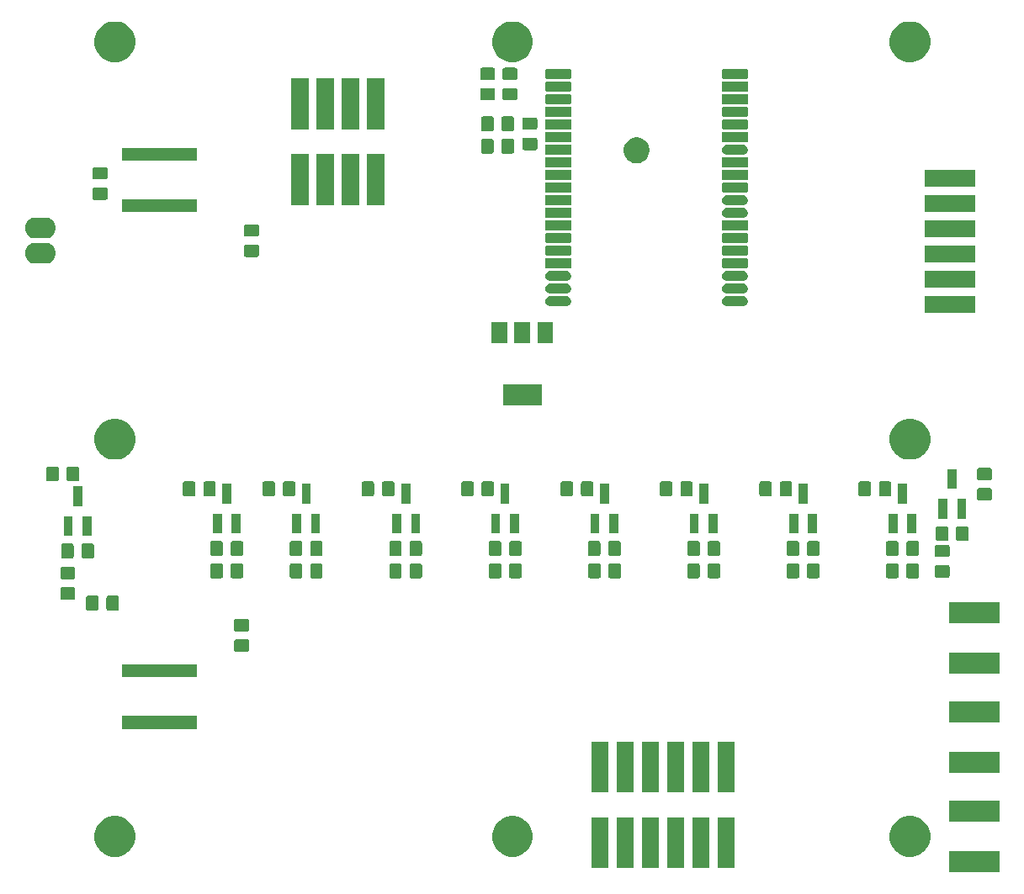
<source format=gbr>
G04 #@! TF.GenerationSoftware,KiCad,Pcbnew,5.0.2+dfsg1-1*
G04 #@! TF.CreationDate,2020-09-22T14:37:19+02:00*
G04 #@! TF.ProjectId,ledmatrix10,6c65646d-6174-4726-9978-31302e6b6963,rev?*
G04 #@! TF.SameCoordinates,Original*
G04 #@! TF.FileFunction,Soldermask,Top*
G04 #@! TF.FilePolarity,Negative*
%FSLAX46Y46*%
G04 Gerber Fmt 4.6, Leading zero omitted, Abs format (unit mm)*
G04 Created by KiCad (PCBNEW 5.0.2+dfsg1-1) date Tue 22 Sep 2020 02:37:19 PM CEST*
%MOMM*%
%LPD*%
G01*
G04 APERTURE LIST*
%ADD10C,0.100000*%
G04 APERTURE END LIST*
D10*
G36*
X199011000Y-143591000D02*
X193909000Y-143591000D01*
X193909000Y-141489000D01*
X199011000Y-141489000D01*
X199011000Y-143591000D01*
X199011000Y-143591000D01*
G37*
G36*
X167271000Y-143171000D02*
X165569000Y-143171000D01*
X165569000Y-138069000D01*
X167271000Y-138069000D01*
X167271000Y-143171000D01*
X167271000Y-143171000D01*
G37*
G36*
X169811000Y-143171000D02*
X168109000Y-143171000D01*
X168109000Y-138069000D01*
X169811000Y-138069000D01*
X169811000Y-143171000D01*
X169811000Y-143171000D01*
G37*
G36*
X164731000Y-143171000D02*
X163029000Y-143171000D01*
X163029000Y-138069000D01*
X164731000Y-138069000D01*
X164731000Y-143171000D01*
X164731000Y-143171000D01*
G37*
G36*
X159651000Y-143171000D02*
X157949000Y-143171000D01*
X157949000Y-138069000D01*
X159651000Y-138069000D01*
X159651000Y-143171000D01*
X159651000Y-143171000D01*
G37*
G36*
X172351000Y-143171000D02*
X170649000Y-143171000D01*
X170649000Y-138069000D01*
X172351000Y-138069000D01*
X172351000Y-143171000D01*
X172351000Y-143171000D01*
G37*
G36*
X162191000Y-143171000D02*
X160489000Y-143171000D01*
X160489000Y-138069000D01*
X162191000Y-138069000D01*
X162191000Y-143171000D01*
X162191000Y-143171000D01*
G37*
G36*
X110598252Y-138027818D02*
X110598254Y-138027819D01*
X110598255Y-138027819D01*
X110971513Y-138182427D01*
X110971514Y-138182428D01*
X111307439Y-138406886D01*
X111593114Y-138692561D01*
X111593116Y-138692564D01*
X111817573Y-139028487D01*
X111972181Y-139401745D01*
X112051000Y-139797994D01*
X112051000Y-140202006D01*
X111972181Y-140598255D01*
X111817573Y-140971513D01*
X111817572Y-140971514D01*
X111593114Y-141307439D01*
X111307439Y-141593114D01*
X111307436Y-141593116D01*
X110971513Y-141817573D01*
X110598255Y-141972181D01*
X110598254Y-141972181D01*
X110598252Y-141972182D01*
X110202007Y-142051000D01*
X109797993Y-142051000D01*
X109401748Y-141972182D01*
X109401746Y-141972181D01*
X109401745Y-141972181D01*
X109028487Y-141817573D01*
X108692564Y-141593116D01*
X108692561Y-141593114D01*
X108406886Y-141307439D01*
X108182428Y-140971514D01*
X108182427Y-140971513D01*
X108027819Y-140598255D01*
X107949000Y-140202006D01*
X107949000Y-139797994D01*
X108027819Y-139401745D01*
X108182427Y-139028487D01*
X108406884Y-138692564D01*
X108406886Y-138692561D01*
X108692561Y-138406886D01*
X109028486Y-138182428D01*
X109028487Y-138182427D01*
X109401745Y-138027819D01*
X109401746Y-138027819D01*
X109401748Y-138027818D01*
X109797993Y-137949000D01*
X110202007Y-137949000D01*
X110598252Y-138027818D01*
X110598252Y-138027818D01*
G37*
G36*
X190598252Y-138027818D02*
X190598254Y-138027819D01*
X190598255Y-138027819D01*
X190971513Y-138182427D01*
X190971514Y-138182428D01*
X191307439Y-138406886D01*
X191593114Y-138692561D01*
X191593116Y-138692564D01*
X191817573Y-139028487D01*
X191972181Y-139401745D01*
X192051000Y-139797994D01*
X192051000Y-140202006D01*
X191972181Y-140598255D01*
X191817573Y-140971513D01*
X191817572Y-140971514D01*
X191593114Y-141307439D01*
X191307439Y-141593114D01*
X191307436Y-141593116D01*
X190971513Y-141817573D01*
X190598255Y-141972181D01*
X190598254Y-141972181D01*
X190598252Y-141972182D01*
X190202007Y-142051000D01*
X189797993Y-142051000D01*
X189401748Y-141972182D01*
X189401746Y-141972181D01*
X189401745Y-141972181D01*
X189028487Y-141817573D01*
X188692564Y-141593116D01*
X188692561Y-141593114D01*
X188406886Y-141307439D01*
X188182428Y-140971514D01*
X188182427Y-140971513D01*
X188027819Y-140598255D01*
X187949000Y-140202006D01*
X187949000Y-139797994D01*
X188027819Y-139401745D01*
X188182427Y-139028487D01*
X188406884Y-138692564D01*
X188406886Y-138692561D01*
X188692561Y-138406886D01*
X189028486Y-138182428D01*
X189028487Y-138182427D01*
X189401745Y-138027819D01*
X189401746Y-138027819D01*
X189401748Y-138027818D01*
X189797993Y-137949000D01*
X190202007Y-137949000D01*
X190598252Y-138027818D01*
X190598252Y-138027818D01*
G37*
G36*
X150598252Y-138027818D02*
X150598254Y-138027819D01*
X150598255Y-138027819D01*
X150971513Y-138182427D01*
X150971514Y-138182428D01*
X151307439Y-138406886D01*
X151593114Y-138692561D01*
X151593116Y-138692564D01*
X151817573Y-139028487D01*
X151972181Y-139401745D01*
X152051000Y-139797994D01*
X152051000Y-140202006D01*
X151972181Y-140598255D01*
X151817573Y-140971513D01*
X151817572Y-140971514D01*
X151593114Y-141307439D01*
X151307439Y-141593114D01*
X151307436Y-141593116D01*
X150971513Y-141817573D01*
X150598255Y-141972181D01*
X150598254Y-141972181D01*
X150598252Y-141972182D01*
X150202007Y-142051000D01*
X149797993Y-142051000D01*
X149401748Y-141972182D01*
X149401746Y-141972181D01*
X149401745Y-141972181D01*
X149028487Y-141817573D01*
X148692564Y-141593116D01*
X148692561Y-141593114D01*
X148406886Y-141307439D01*
X148182428Y-140971514D01*
X148182427Y-140971513D01*
X148027819Y-140598255D01*
X147949000Y-140202006D01*
X147949000Y-139797994D01*
X148027819Y-139401745D01*
X148182427Y-139028487D01*
X148406884Y-138692564D01*
X148406886Y-138692561D01*
X148692561Y-138406886D01*
X149028486Y-138182428D01*
X149028487Y-138182427D01*
X149401745Y-138027819D01*
X149401746Y-138027819D01*
X149401748Y-138027818D01*
X149797993Y-137949000D01*
X150202007Y-137949000D01*
X150598252Y-138027818D01*
X150598252Y-138027818D01*
G37*
G36*
X199011000Y-138511000D02*
X193909000Y-138511000D01*
X193909000Y-136409000D01*
X199011000Y-136409000D01*
X199011000Y-138511000D01*
X199011000Y-138511000D01*
G37*
G36*
X172351000Y-135551000D02*
X170649000Y-135551000D01*
X170649000Y-130449000D01*
X172351000Y-130449000D01*
X172351000Y-135551000D01*
X172351000Y-135551000D01*
G37*
G36*
X169811000Y-135551000D02*
X168109000Y-135551000D01*
X168109000Y-130449000D01*
X169811000Y-130449000D01*
X169811000Y-135551000D01*
X169811000Y-135551000D01*
G37*
G36*
X159651000Y-135551000D02*
X157949000Y-135551000D01*
X157949000Y-130449000D01*
X159651000Y-130449000D01*
X159651000Y-135551000D01*
X159651000Y-135551000D01*
G37*
G36*
X167271000Y-135551000D02*
X165569000Y-135551000D01*
X165569000Y-130449000D01*
X167271000Y-130449000D01*
X167271000Y-135551000D01*
X167271000Y-135551000D01*
G37*
G36*
X164731000Y-135551000D02*
X163029000Y-135551000D01*
X163029000Y-130449000D01*
X164731000Y-130449000D01*
X164731000Y-135551000D01*
X164731000Y-135551000D01*
G37*
G36*
X162191000Y-135551000D02*
X160489000Y-135551000D01*
X160489000Y-130449000D01*
X162191000Y-130449000D01*
X162191000Y-135551000D01*
X162191000Y-135551000D01*
G37*
G36*
X199011000Y-133591000D02*
X193909000Y-133591000D01*
X193909000Y-131489000D01*
X199011000Y-131489000D01*
X199011000Y-133591000D01*
X199011000Y-133591000D01*
G37*
G36*
X118236000Y-129151000D02*
X110749000Y-129151000D01*
X110749000Y-127849000D01*
X118236000Y-127849000D01*
X118236000Y-129151000D01*
X118236000Y-129151000D01*
G37*
G36*
X199011000Y-128511000D02*
X193909000Y-128511000D01*
X193909000Y-126409000D01*
X199011000Y-126409000D01*
X199011000Y-128511000D01*
X199011000Y-128511000D01*
G37*
G36*
X118236000Y-123951000D02*
X110749000Y-123951000D01*
X110749000Y-122649000D01*
X118236000Y-122649000D01*
X118236000Y-123951000D01*
X118236000Y-123951000D01*
G37*
G36*
X199011000Y-123591000D02*
X193909000Y-123591000D01*
X193909000Y-121489000D01*
X199011000Y-121489000D01*
X199011000Y-123591000D01*
X199011000Y-123591000D01*
G37*
G36*
X123338677Y-120153465D02*
X123376364Y-120164898D01*
X123411103Y-120183466D01*
X123441548Y-120208452D01*
X123466534Y-120238897D01*
X123485102Y-120273636D01*
X123496535Y-120311323D01*
X123501000Y-120356661D01*
X123501000Y-121193339D01*
X123496535Y-121238677D01*
X123485102Y-121276364D01*
X123466534Y-121311103D01*
X123441548Y-121341548D01*
X123411103Y-121366534D01*
X123376364Y-121385102D01*
X123338677Y-121396535D01*
X123293339Y-121401000D01*
X122206661Y-121401000D01*
X122161323Y-121396535D01*
X122123636Y-121385102D01*
X122088897Y-121366534D01*
X122058452Y-121341548D01*
X122033466Y-121311103D01*
X122014898Y-121276364D01*
X122003465Y-121238677D01*
X121999000Y-121193339D01*
X121999000Y-120356661D01*
X122003465Y-120311323D01*
X122014898Y-120273636D01*
X122033466Y-120238897D01*
X122058452Y-120208452D01*
X122088897Y-120183466D01*
X122123636Y-120164898D01*
X122161323Y-120153465D01*
X122206661Y-120149000D01*
X123293339Y-120149000D01*
X123338677Y-120153465D01*
X123338677Y-120153465D01*
G37*
G36*
X123338677Y-118103465D02*
X123376364Y-118114898D01*
X123411103Y-118133466D01*
X123441548Y-118158452D01*
X123466534Y-118188897D01*
X123485102Y-118223636D01*
X123496535Y-118261323D01*
X123501000Y-118306661D01*
X123501000Y-119143339D01*
X123496535Y-119188677D01*
X123485102Y-119226364D01*
X123466534Y-119261103D01*
X123441548Y-119291548D01*
X123411103Y-119316534D01*
X123376364Y-119335102D01*
X123338677Y-119346535D01*
X123293339Y-119351000D01*
X122206661Y-119351000D01*
X122161323Y-119346535D01*
X122123636Y-119335102D01*
X122088897Y-119316534D01*
X122058452Y-119291548D01*
X122033466Y-119261103D01*
X122014898Y-119226364D01*
X122003465Y-119188677D01*
X121999000Y-119143339D01*
X121999000Y-118306661D01*
X122003465Y-118261323D01*
X122014898Y-118223636D01*
X122033466Y-118188897D01*
X122058452Y-118158452D01*
X122088897Y-118133466D01*
X122123636Y-118114898D01*
X122161323Y-118103465D01*
X122206661Y-118099000D01*
X123293339Y-118099000D01*
X123338677Y-118103465D01*
X123338677Y-118103465D01*
G37*
G36*
X199011000Y-118511000D02*
X193909000Y-118511000D01*
X193909000Y-116409000D01*
X199011000Y-116409000D01*
X199011000Y-118511000D01*
X199011000Y-118511000D01*
G37*
G36*
X110238677Y-115753465D02*
X110276364Y-115764898D01*
X110311103Y-115783466D01*
X110341548Y-115808452D01*
X110366534Y-115838897D01*
X110385102Y-115873636D01*
X110396535Y-115911323D01*
X110401000Y-115956661D01*
X110401000Y-117043339D01*
X110396535Y-117088677D01*
X110385102Y-117126364D01*
X110366534Y-117161103D01*
X110341548Y-117191548D01*
X110311103Y-117216534D01*
X110276364Y-117235102D01*
X110238677Y-117246535D01*
X110193339Y-117251000D01*
X109356661Y-117251000D01*
X109311323Y-117246535D01*
X109273636Y-117235102D01*
X109238897Y-117216534D01*
X109208452Y-117191548D01*
X109183466Y-117161103D01*
X109164898Y-117126364D01*
X109153465Y-117088677D01*
X109149000Y-117043339D01*
X109149000Y-115956661D01*
X109153465Y-115911323D01*
X109164898Y-115873636D01*
X109183466Y-115838897D01*
X109208452Y-115808452D01*
X109238897Y-115783466D01*
X109273636Y-115764898D01*
X109311323Y-115753465D01*
X109356661Y-115749000D01*
X110193339Y-115749000D01*
X110238677Y-115753465D01*
X110238677Y-115753465D01*
G37*
G36*
X108188677Y-115753465D02*
X108226364Y-115764898D01*
X108261103Y-115783466D01*
X108291548Y-115808452D01*
X108316534Y-115838897D01*
X108335102Y-115873636D01*
X108346535Y-115911323D01*
X108351000Y-115956661D01*
X108351000Y-117043339D01*
X108346535Y-117088677D01*
X108335102Y-117126364D01*
X108316534Y-117161103D01*
X108291548Y-117191548D01*
X108261103Y-117216534D01*
X108226364Y-117235102D01*
X108188677Y-117246535D01*
X108143339Y-117251000D01*
X107306661Y-117251000D01*
X107261323Y-117246535D01*
X107223636Y-117235102D01*
X107188897Y-117216534D01*
X107158452Y-117191548D01*
X107133466Y-117161103D01*
X107114898Y-117126364D01*
X107103465Y-117088677D01*
X107099000Y-117043339D01*
X107099000Y-115956661D01*
X107103465Y-115911323D01*
X107114898Y-115873636D01*
X107133466Y-115838897D01*
X107158452Y-115808452D01*
X107188897Y-115783466D01*
X107223636Y-115764898D01*
X107261323Y-115753465D01*
X107306661Y-115749000D01*
X108143339Y-115749000D01*
X108188677Y-115753465D01*
X108188677Y-115753465D01*
G37*
G36*
X105838677Y-114903465D02*
X105876364Y-114914898D01*
X105911103Y-114933466D01*
X105941548Y-114958452D01*
X105966534Y-114988897D01*
X105985102Y-115023636D01*
X105996535Y-115061323D01*
X106001000Y-115106661D01*
X106001000Y-115943339D01*
X105996535Y-115988677D01*
X105985102Y-116026364D01*
X105966534Y-116061103D01*
X105941548Y-116091548D01*
X105911103Y-116116534D01*
X105876364Y-116135102D01*
X105838677Y-116146535D01*
X105793339Y-116151000D01*
X104706661Y-116151000D01*
X104661323Y-116146535D01*
X104623636Y-116135102D01*
X104588897Y-116116534D01*
X104558452Y-116091548D01*
X104533466Y-116061103D01*
X104514898Y-116026364D01*
X104503465Y-115988677D01*
X104499000Y-115943339D01*
X104499000Y-115106661D01*
X104503465Y-115061323D01*
X104514898Y-115023636D01*
X104533466Y-114988897D01*
X104558452Y-114958452D01*
X104588897Y-114933466D01*
X104623636Y-114914898D01*
X104661323Y-114903465D01*
X104706661Y-114899000D01*
X105793339Y-114899000D01*
X105838677Y-114903465D01*
X105838677Y-114903465D01*
G37*
G36*
X105838677Y-112853465D02*
X105876364Y-112864898D01*
X105911103Y-112883466D01*
X105941548Y-112908452D01*
X105966534Y-112938897D01*
X105985102Y-112973636D01*
X105996535Y-113011323D01*
X106001000Y-113056661D01*
X106001000Y-113893339D01*
X105996535Y-113938677D01*
X105985102Y-113976364D01*
X105966534Y-114011103D01*
X105941548Y-114041548D01*
X105911103Y-114066534D01*
X105876364Y-114085102D01*
X105838677Y-114096535D01*
X105793339Y-114101000D01*
X104706661Y-114101000D01*
X104661323Y-114096535D01*
X104623636Y-114085102D01*
X104588897Y-114066534D01*
X104558452Y-114041548D01*
X104533466Y-114011103D01*
X104514898Y-113976364D01*
X104503465Y-113938677D01*
X104499000Y-113893339D01*
X104499000Y-113056661D01*
X104503465Y-113011323D01*
X104514898Y-112973636D01*
X104533466Y-112938897D01*
X104558452Y-112908452D01*
X104588897Y-112883466D01*
X104623636Y-112864898D01*
X104661323Y-112853465D01*
X104706661Y-112849000D01*
X105793339Y-112849000D01*
X105838677Y-112853465D01*
X105838677Y-112853465D01*
G37*
G36*
X130738677Y-112503465D02*
X130776364Y-112514898D01*
X130811103Y-112533466D01*
X130841548Y-112558452D01*
X130866534Y-112588897D01*
X130885102Y-112623636D01*
X130896535Y-112661323D01*
X130901000Y-112706661D01*
X130901000Y-113793339D01*
X130896535Y-113838677D01*
X130885102Y-113876364D01*
X130866534Y-113911103D01*
X130841548Y-113941548D01*
X130811103Y-113966534D01*
X130776364Y-113985102D01*
X130738677Y-113996535D01*
X130693339Y-114001000D01*
X129856661Y-114001000D01*
X129811323Y-113996535D01*
X129773636Y-113985102D01*
X129738897Y-113966534D01*
X129708452Y-113941548D01*
X129683466Y-113911103D01*
X129664898Y-113876364D01*
X129653465Y-113838677D01*
X129649000Y-113793339D01*
X129649000Y-112706661D01*
X129653465Y-112661323D01*
X129664898Y-112623636D01*
X129683466Y-112588897D01*
X129708452Y-112558452D01*
X129738897Y-112533466D01*
X129773636Y-112514898D01*
X129811323Y-112503465D01*
X129856661Y-112499000D01*
X130693339Y-112499000D01*
X130738677Y-112503465D01*
X130738677Y-112503465D01*
G37*
G36*
X190738677Y-112503465D02*
X190776364Y-112514898D01*
X190811103Y-112533466D01*
X190841548Y-112558452D01*
X190866534Y-112588897D01*
X190885102Y-112623636D01*
X190896535Y-112661323D01*
X190901000Y-112706661D01*
X190901000Y-113793339D01*
X190896535Y-113838677D01*
X190885102Y-113876364D01*
X190866534Y-113911103D01*
X190841548Y-113941548D01*
X190811103Y-113966534D01*
X190776364Y-113985102D01*
X190738677Y-113996535D01*
X190693339Y-114001000D01*
X189856661Y-114001000D01*
X189811323Y-113996535D01*
X189773636Y-113985102D01*
X189738897Y-113966534D01*
X189708452Y-113941548D01*
X189683466Y-113911103D01*
X189664898Y-113876364D01*
X189653465Y-113838677D01*
X189649000Y-113793339D01*
X189649000Y-112706661D01*
X189653465Y-112661323D01*
X189664898Y-112623636D01*
X189683466Y-112588897D01*
X189708452Y-112558452D01*
X189738897Y-112533466D01*
X189773636Y-112514898D01*
X189811323Y-112503465D01*
X189856661Y-112499000D01*
X190693339Y-112499000D01*
X190738677Y-112503465D01*
X190738677Y-112503465D01*
G37*
G36*
X188688677Y-112503465D02*
X188726364Y-112514898D01*
X188761103Y-112533466D01*
X188791548Y-112558452D01*
X188816534Y-112588897D01*
X188835102Y-112623636D01*
X188846535Y-112661323D01*
X188851000Y-112706661D01*
X188851000Y-113793339D01*
X188846535Y-113838677D01*
X188835102Y-113876364D01*
X188816534Y-113911103D01*
X188791548Y-113941548D01*
X188761103Y-113966534D01*
X188726364Y-113985102D01*
X188688677Y-113996535D01*
X188643339Y-114001000D01*
X187806661Y-114001000D01*
X187761323Y-113996535D01*
X187723636Y-113985102D01*
X187688897Y-113966534D01*
X187658452Y-113941548D01*
X187633466Y-113911103D01*
X187614898Y-113876364D01*
X187603465Y-113838677D01*
X187599000Y-113793339D01*
X187599000Y-112706661D01*
X187603465Y-112661323D01*
X187614898Y-112623636D01*
X187633466Y-112588897D01*
X187658452Y-112558452D01*
X187688897Y-112533466D01*
X187723636Y-112514898D01*
X187761323Y-112503465D01*
X187806661Y-112499000D01*
X188643339Y-112499000D01*
X188688677Y-112503465D01*
X188688677Y-112503465D01*
G37*
G36*
X120688677Y-112503465D02*
X120726364Y-112514898D01*
X120761103Y-112533466D01*
X120791548Y-112558452D01*
X120816534Y-112588897D01*
X120835102Y-112623636D01*
X120846535Y-112661323D01*
X120851000Y-112706661D01*
X120851000Y-113793339D01*
X120846535Y-113838677D01*
X120835102Y-113876364D01*
X120816534Y-113911103D01*
X120791548Y-113941548D01*
X120761103Y-113966534D01*
X120726364Y-113985102D01*
X120688677Y-113996535D01*
X120643339Y-114001000D01*
X119806661Y-114001000D01*
X119761323Y-113996535D01*
X119723636Y-113985102D01*
X119688897Y-113966534D01*
X119658452Y-113941548D01*
X119633466Y-113911103D01*
X119614898Y-113876364D01*
X119603465Y-113838677D01*
X119599000Y-113793339D01*
X119599000Y-112706661D01*
X119603465Y-112661323D01*
X119614898Y-112623636D01*
X119633466Y-112588897D01*
X119658452Y-112558452D01*
X119688897Y-112533466D01*
X119723636Y-112514898D01*
X119761323Y-112503465D01*
X119806661Y-112499000D01*
X120643339Y-112499000D01*
X120688677Y-112503465D01*
X120688677Y-112503465D01*
G37*
G36*
X122738677Y-112503465D02*
X122776364Y-112514898D01*
X122811103Y-112533466D01*
X122841548Y-112558452D01*
X122866534Y-112588897D01*
X122885102Y-112623636D01*
X122896535Y-112661323D01*
X122901000Y-112706661D01*
X122901000Y-113793339D01*
X122896535Y-113838677D01*
X122885102Y-113876364D01*
X122866534Y-113911103D01*
X122841548Y-113941548D01*
X122811103Y-113966534D01*
X122776364Y-113985102D01*
X122738677Y-113996535D01*
X122693339Y-114001000D01*
X121856661Y-114001000D01*
X121811323Y-113996535D01*
X121773636Y-113985102D01*
X121738897Y-113966534D01*
X121708452Y-113941548D01*
X121683466Y-113911103D01*
X121664898Y-113876364D01*
X121653465Y-113838677D01*
X121649000Y-113793339D01*
X121649000Y-112706661D01*
X121653465Y-112661323D01*
X121664898Y-112623636D01*
X121683466Y-112588897D01*
X121708452Y-112558452D01*
X121738897Y-112533466D01*
X121773636Y-112514898D01*
X121811323Y-112503465D01*
X121856661Y-112499000D01*
X122693339Y-112499000D01*
X122738677Y-112503465D01*
X122738677Y-112503465D01*
G37*
G36*
X128688677Y-112503465D02*
X128726364Y-112514898D01*
X128761103Y-112533466D01*
X128791548Y-112558452D01*
X128816534Y-112588897D01*
X128835102Y-112623636D01*
X128846535Y-112661323D01*
X128851000Y-112706661D01*
X128851000Y-113793339D01*
X128846535Y-113838677D01*
X128835102Y-113876364D01*
X128816534Y-113911103D01*
X128791548Y-113941548D01*
X128761103Y-113966534D01*
X128726364Y-113985102D01*
X128688677Y-113996535D01*
X128643339Y-114001000D01*
X127806661Y-114001000D01*
X127761323Y-113996535D01*
X127723636Y-113985102D01*
X127688897Y-113966534D01*
X127658452Y-113941548D01*
X127633466Y-113911103D01*
X127614898Y-113876364D01*
X127603465Y-113838677D01*
X127599000Y-113793339D01*
X127599000Y-112706661D01*
X127603465Y-112661323D01*
X127614898Y-112623636D01*
X127633466Y-112588897D01*
X127658452Y-112558452D01*
X127688897Y-112533466D01*
X127723636Y-112514898D01*
X127761323Y-112503465D01*
X127806661Y-112499000D01*
X128643339Y-112499000D01*
X128688677Y-112503465D01*
X128688677Y-112503465D01*
G37*
G36*
X138688677Y-112503465D02*
X138726364Y-112514898D01*
X138761103Y-112533466D01*
X138791548Y-112558452D01*
X138816534Y-112588897D01*
X138835102Y-112623636D01*
X138846535Y-112661323D01*
X138851000Y-112706661D01*
X138851000Y-113793339D01*
X138846535Y-113838677D01*
X138835102Y-113876364D01*
X138816534Y-113911103D01*
X138791548Y-113941548D01*
X138761103Y-113966534D01*
X138726364Y-113985102D01*
X138688677Y-113996535D01*
X138643339Y-114001000D01*
X137806661Y-114001000D01*
X137761323Y-113996535D01*
X137723636Y-113985102D01*
X137688897Y-113966534D01*
X137658452Y-113941548D01*
X137633466Y-113911103D01*
X137614898Y-113876364D01*
X137603465Y-113838677D01*
X137599000Y-113793339D01*
X137599000Y-112706661D01*
X137603465Y-112661323D01*
X137614898Y-112623636D01*
X137633466Y-112588897D01*
X137658452Y-112558452D01*
X137688897Y-112533466D01*
X137723636Y-112514898D01*
X137761323Y-112503465D01*
X137806661Y-112499000D01*
X138643339Y-112499000D01*
X138688677Y-112503465D01*
X138688677Y-112503465D01*
G37*
G36*
X140738677Y-112503465D02*
X140776364Y-112514898D01*
X140811103Y-112533466D01*
X140841548Y-112558452D01*
X140866534Y-112588897D01*
X140885102Y-112623636D01*
X140896535Y-112661323D01*
X140901000Y-112706661D01*
X140901000Y-113793339D01*
X140896535Y-113838677D01*
X140885102Y-113876364D01*
X140866534Y-113911103D01*
X140841548Y-113941548D01*
X140811103Y-113966534D01*
X140776364Y-113985102D01*
X140738677Y-113996535D01*
X140693339Y-114001000D01*
X139856661Y-114001000D01*
X139811323Y-113996535D01*
X139773636Y-113985102D01*
X139738897Y-113966534D01*
X139708452Y-113941548D01*
X139683466Y-113911103D01*
X139664898Y-113876364D01*
X139653465Y-113838677D01*
X139649000Y-113793339D01*
X139649000Y-112706661D01*
X139653465Y-112661323D01*
X139664898Y-112623636D01*
X139683466Y-112588897D01*
X139708452Y-112558452D01*
X139738897Y-112533466D01*
X139773636Y-112514898D01*
X139811323Y-112503465D01*
X139856661Y-112499000D01*
X140693339Y-112499000D01*
X140738677Y-112503465D01*
X140738677Y-112503465D01*
G37*
G36*
X150763677Y-112503465D02*
X150801364Y-112514898D01*
X150836103Y-112533466D01*
X150866548Y-112558452D01*
X150891534Y-112588897D01*
X150910102Y-112623636D01*
X150921535Y-112661323D01*
X150926000Y-112706661D01*
X150926000Y-113793339D01*
X150921535Y-113838677D01*
X150910102Y-113876364D01*
X150891534Y-113911103D01*
X150866548Y-113941548D01*
X150836103Y-113966534D01*
X150801364Y-113985102D01*
X150763677Y-113996535D01*
X150718339Y-114001000D01*
X149881661Y-114001000D01*
X149836323Y-113996535D01*
X149798636Y-113985102D01*
X149763897Y-113966534D01*
X149733452Y-113941548D01*
X149708466Y-113911103D01*
X149689898Y-113876364D01*
X149678465Y-113838677D01*
X149674000Y-113793339D01*
X149674000Y-112706661D01*
X149678465Y-112661323D01*
X149689898Y-112623636D01*
X149708466Y-112588897D01*
X149733452Y-112558452D01*
X149763897Y-112533466D01*
X149798636Y-112514898D01*
X149836323Y-112503465D01*
X149881661Y-112499000D01*
X150718339Y-112499000D01*
X150763677Y-112503465D01*
X150763677Y-112503465D01*
G37*
G36*
X158713677Y-112503465D02*
X158751364Y-112514898D01*
X158786103Y-112533466D01*
X158816548Y-112558452D01*
X158841534Y-112588897D01*
X158860102Y-112623636D01*
X158871535Y-112661323D01*
X158876000Y-112706661D01*
X158876000Y-113793339D01*
X158871535Y-113838677D01*
X158860102Y-113876364D01*
X158841534Y-113911103D01*
X158816548Y-113941548D01*
X158786103Y-113966534D01*
X158751364Y-113985102D01*
X158713677Y-113996535D01*
X158668339Y-114001000D01*
X157831661Y-114001000D01*
X157786323Y-113996535D01*
X157748636Y-113985102D01*
X157713897Y-113966534D01*
X157683452Y-113941548D01*
X157658466Y-113911103D01*
X157639898Y-113876364D01*
X157628465Y-113838677D01*
X157624000Y-113793339D01*
X157624000Y-112706661D01*
X157628465Y-112661323D01*
X157639898Y-112623636D01*
X157658466Y-112588897D01*
X157683452Y-112558452D01*
X157713897Y-112533466D01*
X157748636Y-112514898D01*
X157786323Y-112503465D01*
X157831661Y-112499000D01*
X158668339Y-112499000D01*
X158713677Y-112503465D01*
X158713677Y-112503465D01*
G37*
G36*
X160763677Y-112503465D02*
X160801364Y-112514898D01*
X160836103Y-112533466D01*
X160866548Y-112558452D01*
X160891534Y-112588897D01*
X160910102Y-112623636D01*
X160921535Y-112661323D01*
X160926000Y-112706661D01*
X160926000Y-113793339D01*
X160921535Y-113838677D01*
X160910102Y-113876364D01*
X160891534Y-113911103D01*
X160866548Y-113941548D01*
X160836103Y-113966534D01*
X160801364Y-113985102D01*
X160763677Y-113996535D01*
X160718339Y-114001000D01*
X159881661Y-114001000D01*
X159836323Y-113996535D01*
X159798636Y-113985102D01*
X159763897Y-113966534D01*
X159733452Y-113941548D01*
X159708466Y-113911103D01*
X159689898Y-113876364D01*
X159678465Y-113838677D01*
X159674000Y-113793339D01*
X159674000Y-112706661D01*
X159678465Y-112661323D01*
X159689898Y-112623636D01*
X159708466Y-112588897D01*
X159733452Y-112558452D01*
X159763897Y-112533466D01*
X159798636Y-112514898D01*
X159836323Y-112503465D01*
X159881661Y-112499000D01*
X160718339Y-112499000D01*
X160763677Y-112503465D01*
X160763677Y-112503465D01*
G37*
G36*
X168688677Y-112503465D02*
X168726364Y-112514898D01*
X168761103Y-112533466D01*
X168791548Y-112558452D01*
X168816534Y-112588897D01*
X168835102Y-112623636D01*
X168846535Y-112661323D01*
X168851000Y-112706661D01*
X168851000Y-113793339D01*
X168846535Y-113838677D01*
X168835102Y-113876364D01*
X168816534Y-113911103D01*
X168791548Y-113941548D01*
X168761103Y-113966534D01*
X168726364Y-113985102D01*
X168688677Y-113996535D01*
X168643339Y-114001000D01*
X167806661Y-114001000D01*
X167761323Y-113996535D01*
X167723636Y-113985102D01*
X167688897Y-113966534D01*
X167658452Y-113941548D01*
X167633466Y-113911103D01*
X167614898Y-113876364D01*
X167603465Y-113838677D01*
X167599000Y-113793339D01*
X167599000Y-112706661D01*
X167603465Y-112661323D01*
X167614898Y-112623636D01*
X167633466Y-112588897D01*
X167658452Y-112558452D01*
X167688897Y-112533466D01*
X167723636Y-112514898D01*
X167761323Y-112503465D01*
X167806661Y-112499000D01*
X168643339Y-112499000D01*
X168688677Y-112503465D01*
X168688677Y-112503465D01*
G37*
G36*
X170738677Y-112503465D02*
X170776364Y-112514898D01*
X170811103Y-112533466D01*
X170841548Y-112558452D01*
X170866534Y-112588897D01*
X170885102Y-112623636D01*
X170896535Y-112661323D01*
X170901000Y-112706661D01*
X170901000Y-113793339D01*
X170896535Y-113838677D01*
X170885102Y-113876364D01*
X170866534Y-113911103D01*
X170841548Y-113941548D01*
X170811103Y-113966534D01*
X170776364Y-113985102D01*
X170738677Y-113996535D01*
X170693339Y-114001000D01*
X169856661Y-114001000D01*
X169811323Y-113996535D01*
X169773636Y-113985102D01*
X169738897Y-113966534D01*
X169708452Y-113941548D01*
X169683466Y-113911103D01*
X169664898Y-113876364D01*
X169653465Y-113838677D01*
X169649000Y-113793339D01*
X169649000Y-112706661D01*
X169653465Y-112661323D01*
X169664898Y-112623636D01*
X169683466Y-112588897D01*
X169708452Y-112558452D01*
X169738897Y-112533466D01*
X169773636Y-112514898D01*
X169811323Y-112503465D01*
X169856661Y-112499000D01*
X170693339Y-112499000D01*
X170738677Y-112503465D01*
X170738677Y-112503465D01*
G37*
G36*
X178688677Y-112503465D02*
X178726364Y-112514898D01*
X178761103Y-112533466D01*
X178791548Y-112558452D01*
X178816534Y-112588897D01*
X178835102Y-112623636D01*
X178846535Y-112661323D01*
X178851000Y-112706661D01*
X178851000Y-113793339D01*
X178846535Y-113838677D01*
X178835102Y-113876364D01*
X178816534Y-113911103D01*
X178791548Y-113941548D01*
X178761103Y-113966534D01*
X178726364Y-113985102D01*
X178688677Y-113996535D01*
X178643339Y-114001000D01*
X177806661Y-114001000D01*
X177761323Y-113996535D01*
X177723636Y-113985102D01*
X177688897Y-113966534D01*
X177658452Y-113941548D01*
X177633466Y-113911103D01*
X177614898Y-113876364D01*
X177603465Y-113838677D01*
X177599000Y-113793339D01*
X177599000Y-112706661D01*
X177603465Y-112661323D01*
X177614898Y-112623636D01*
X177633466Y-112588897D01*
X177658452Y-112558452D01*
X177688897Y-112533466D01*
X177723636Y-112514898D01*
X177761323Y-112503465D01*
X177806661Y-112499000D01*
X178643339Y-112499000D01*
X178688677Y-112503465D01*
X178688677Y-112503465D01*
G37*
G36*
X180738677Y-112503465D02*
X180776364Y-112514898D01*
X180811103Y-112533466D01*
X180841548Y-112558452D01*
X180866534Y-112588897D01*
X180885102Y-112623636D01*
X180896535Y-112661323D01*
X180901000Y-112706661D01*
X180901000Y-113793339D01*
X180896535Y-113838677D01*
X180885102Y-113876364D01*
X180866534Y-113911103D01*
X180841548Y-113941548D01*
X180811103Y-113966534D01*
X180776364Y-113985102D01*
X180738677Y-113996535D01*
X180693339Y-114001000D01*
X179856661Y-114001000D01*
X179811323Y-113996535D01*
X179773636Y-113985102D01*
X179738897Y-113966534D01*
X179708452Y-113941548D01*
X179683466Y-113911103D01*
X179664898Y-113876364D01*
X179653465Y-113838677D01*
X179649000Y-113793339D01*
X179649000Y-112706661D01*
X179653465Y-112661323D01*
X179664898Y-112623636D01*
X179683466Y-112588897D01*
X179708452Y-112558452D01*
X179738897Y-112533466D01*
X179773636Y-112514898D01*
X179811323Y-112503465D01*
X179856661Y-112499000D01*
X180693339Y-112499000D01*
X180738677Y-112503465D01*
X180738677Y-112503465D01*
G37*
G36*
X148713677Y-112503465D02*
X148751364Y-112514898D01*
X148786103Y-112533466D01*
X148816548Y-112558452D01*
X148841534Y-112588897D01*
X148860102Y-112623636D01*
X148871535Y-112661323D01*
X148876000Y-112706661D01*
X148876000Y-113793339D01*
X148871535Y-113838677D01*
X148860102Y-113876364D01*
X148841534Y-113911103D01*
X148816548Y-113941548D01*
X148786103Y-113966534D01*
X148751364Y-113985102D01*
X148713677Y-113996535D01*
X148668339Y-114001000D01*
X147831661Y-114001000D01*
X147786323Y-113996535D01*
X147748636Y-113985102D01*
X147713897Y-113966534D01*
X147683452Y-113941548D01*
X147658466Y-113911103D01*
X147639898Y-113876364D01*
X147628465Y-113838677D01*
X147624000Y-113793339D01*
X147624000Y-112706661D01*
X147628465Y-112661323D01*
X147639898Y-112623636D01*
X147658466Y-112588897D01*
X147683452Y-112558452D01*
X147713897Y-112533466D01*
X147748636Y-112514898D01*
X147786323Y-112503465D01*
X147831661Y-112499000D01*
X148668339Y-112499000D01*
X148713677Y-112503465D01*
X148713677Y-112503465D01*
G37*
G36*
X193838677Y-112678465D02*
X193876364Y-112689898D01*
X193911103Y-112708466D01*
X193941548Y-112733452D01*
X193966534Y-112763897D01*
X193985102Y-112798636D01*
X193996535Y-112836323D01*
X194001000Y-112881661D01*
X194001000Y-113718339D01*
X193996535Y-113763677D01*
X193985102Y-113801364D01*
X193966534Y-113836103D01*
X193941548Y-113866548D01*
X193911103Y-113891534D01*
X193876364Y-113910102D01*
X193838677Y-113921535D01*
X193793339Y-113926000D01*
X192706661Y-113926000D01*
X192661323Y-113921535D01*
X192623636Y-113910102D01*
X192588897Y-113891534D01*
X192558452Y-113866548D01*
X192533466Y-113836103D01*
X192514898Y-113801364D01*
X192503465Y-113763677D01*
X192499000Y-113718339D01*
X192499000Y-112881661D01*
X192503465Y-112836323D01*
X192514898Y-112798636D01*
X192533466Y-112763897D01*
X192558452Y-112733452D01*
X192588897Y-112708466D01*
X192623636Y-112689898D01*
X192661323Y-112678465D01*
X192706661Y-112674000D01*
X193793339Y-112674000D01*
X193838677Y-112678465D01*
X193838677Y-112678465D01*
G37*
G36*
X107738677Y-110503465D02*
X107776364Y-110514898D01*
X107811103Y-110533466D01*
X107841548Y-110558452D01*
X107866534Y-110588897D01*
X107885102Y-110623636D01*
X107896535Y-110661323D01*
X107901000Y-110706661D01*
X107901000Y-111793339D01*
X107896535Y-111838677D01*
X107885102Y-111876364D01*
X107866534Y-111911103D01*
X107841548Y-111941548D01*
X107811103Y-111966534D01*
X107776364Y-111985102D01*
X107738677Y-111996535D01*
X107693339Y-112001000D01*
X106856661Y-112001000D01*
X106811323Y-111996535D01*
X106773636Y-111985102D01*
X106738897Y-111966534D01*
X106708452Y-111941548D01*
X106683466Y-111911103D01*
X106664898Y-111876364D01*
X106653465Y-111838677D01*
X106649000Y-111793339D01*
X106649000Y-110706661D01*
X106653465Y-110661323D01*
X106664898Y-110623636D01*
X106683466Y-110588897D01*
X106708452Y-110558452D01*
X106738897Y-110533466D01*
X106773636Y-110514898D01*
X106811323Y-110503465D01*
X106856661Y-110499000D01*
X107693339Y-110499000D01*
X107738677Y-110503465D01*
X107738677Y-110503465D01*
G37*
G36*
X105688677Y-110503465D02*
X105726364Y-110514898D01*
X105761103Y-110533466D01*
X105791548Y-110558452D01*
X105816534Y-110588897D01*
X105835102Y-110623636D01*
X105846535Y-110661323D01*
X105851000Y-110706661D01*
X105851000Y-111793339D01*
X105846535Y-111838677D01*
X105835102Y-111876364D01*
X105816534Y-111911103D01*
X105791548Y-111941548D01*
X105761103Y-111966534D01*
X105726364Y-111985102D01*
X105688677Y-111996535D01*
X105643339Y-112001000D01*
X104806661Y-112001000D01*
X104761323Y-111996535D01*
X104723636Y-111985102D01*
X104688897Y-111966534D01*
X104658452Y-111941548D01*
X104633466Y-111911103D01*
X104614898Y-111876364D01*
X104603465Y-111838677D01*
X104599000Y-111793339D01*
X104599000Y-110706661D01*
X104603465Y-110661323D01*
X104614898Y-110623636D01*
X104633466Y-110588897D01*
X104658452Y-110558452D01*
X104688897Y-110533466D01*
X104723636Y-110514898D01*
X104761323Y-110503465D01*
X104806661Y-110499000D01*
X105643339Y-110499000D01*
X105688677Y-110503465D01*
X105688677Y-110503465D01*
G37*
G36*
X193838677Y-110628465D02*
X193876364Y-110639898D01*
X193911103Y-110658466D01*
X193941548Y-110683452D01*
X193966534Y-110713897D01*
X193985102Y-110748636D01*
X193996535Y-110786323D01*
X194001000Y-110831661D01*
X194001000Y-111668339D01*
X193996535Y-111713677D01*
X193985102Y-111751364D01*
X193966534Y-111786103D01*
X193941548Y-111816548D01*
X193911103Y-111841534D01*
X193876364Y-111860102D01*
X193838677Y-111871535D01*
X193793339Y-111876000D01*
X192706661Y-111876000D01*
X192661323Y-111871535D01*
X192623636Y-111860102D01*
X192588897Y-111841534D01*
X192558452Y-111816548D01*
X192533466Y-111786103D01*
X192514898Y-111751364D01*
X192503465Y-111713677D01*
X192499000Y-111668339D01*
X192499000Y-110831661D01*
X192503465Y-110786323D01*
X192514898Y-110748636D01*
X192533466Y-110713897D01*
X192558452Y-110683452D01*
X192588897Y-110658466D01*
X192623636Y-110639898D01*
X192661323Y-110628465D01*
X192706661Y-110624000D01*
X193793339Y-110624000D01*
X193838677Y-110628465D01*
X193838677Y-110628465D01*
G37*
G36*
X122738677Y-110253465D02*
X122776364Y-110264898D01*
X122811103Y-110283466D01*
X122841548Y-110308452D01*
X122866534Y-110338897D01*
X122885102Y-110373636D01*
X122896535Y-110411323D01*
X122901000Y-110456661D01*
X122901000Y-111543339D01*
X122896535Y-111588677D01*
X122885102Y-111626364D01*
X122866534Y-111661103D01*
X122841548Y-111691548D01*
X122811103Y-111716534D01*
X122776364Y-111735102D01*
X122738677Y-111746535D01*
X122693339Y-111751000D01*
X121856661Y-111751000D01*
X121811323Y-111746535D01*
X121773636Y-111735102D01*
X121738897Y-111716534D01*
X121708452Y-111691548D01*
X121683466Y-111661103D01*
X121664898Y-111626364D01*
X121653465Y-111588677D01*
X121649000Y-111543339D01*
X121649000Y-110456661D01*
X121653465Y-110411323D01*
X121664898Y-110373636D01*
X121683466Y-110338897D01*
X121708452Y-110308452D01*
X121738897Y-110283466D01*
X121773636Y-110264898D01*
X121811323Y-110253465D01*
X121856661Y-110249000D01*
X122693339Y-110249000D01*
X122738677Y-110253465D01*
X122738677Y-110253465D01*
G37*
G36*
X190738677Y-110253465D02*
X190776364Y-110264898D01*
X190811103Y-110283466D01*
X190841548Y-110308452D01*
X190866534Y-110338897D01*
X190885102Y-110373636D01*
X190896535Y-110411323D01*
X190901000Y-110456661D01*
X190901000Y-111543339D01*
X190896535Y-111588677D01*
X190885102Y-111626364D01*
X190866534Y-111661103D01*
X190841548Y-111691548D01*
X190811103Y-111716534D01*
X190776364Y-111735102D01*
X190738677Y-111746535D01*
X190693339Y-111751000D01*
X189856661Y-111751000D01*
X189811323Y-111746535D01*
X189773636Y-111735102D01*
X189738897Y-111716534D01*
X189708452Y-111691548D01*
X189683466Y-111661103D01*
X189664898Y-111626364D01*
X189653465Y-111588677D01*
X189649000Y-111543339D01*
X189649000Y-110456661D01*
X189653465Y-110411323D01*
X189664898Y-110373636D01*
X189683466Y-110338897D01*
X189708452Y-110308452D01*
X189738897Y-110283466D01*
X189773636Y-110264898D01*
X189811323Y-110253465D01*
X189856661Y-110249000D01*
X190693339Y-110249000D01*
X190738677Y-110253465D01*
X190738677Y-110253465D01*
G37*
G36*
X188688677Y-110253465D02*
X188726364Y-110264898D01*
X188761103Y-110283466D01*
X188791548Y-110308452D01*
X188816534Y-110338897D01*
X188835102Y-110373636D01*
X188846535Y-110411323D01*
X188851000Y-110456661D01*
X188851000Y-111543339D01*
X188846535Y-111588677D01*
X188835102Y-111626364D01*
X188816534Y-111661103D01*
X188791548Y-111691548D01*
X188761103Y-111716534D01*
X188726364Y-111735102D01*
X188688677Y-111746535D01*
X188643339Y-111751000D01*
X187806661Y-111751000D01*
X187761323Y-111746535D01*
X187723636Y-111735102D01*
X187688897Y-111716534D01*
X187658452Y-111691548D01*
X187633466Y-111661103D01*
X187614898Y-111626364D01*
X187603465Y-111588677D01*
X187599000Y-111543339D01*
X187599000Y-110456661D01*
X187603465Y-110411323D01*
X187614898Y-110373636D01*
X187633466Y-110338897D01*
X187658452Y-110308452D01*
X187688897Y-110283466D01*
X187723636Y-110264898D01*
X187761323Y-110253465D01*
X187806661Y-110249000D01*
X188643339Y-110249000D01*
X188688677Y-110253465D01*
X188688677Y-110253465D01*
G37*
G36*
X140738677Y-110253465D02*
X140776364Y-110264898D01*
X140811103Y-110283466D01*
X140841548Y-110308452D01*
X140866534Y-110338897D01*
X140885102Y-110373636D01*
X140896535Y-110411323D01*
X140901000Y-110456661D01*
X140901000Y-111543339D01*
X140896535Y-111588677D01*
X140885102Y-111626364D01*
X140866534Y-111661103D01*
X140841548Y-111691548D01*
X140811103Y-111716534D01*
X140776364Y-111735102D01*
X140738677Y-111746535D01*
X140693339Y-111751000D01*
X139856661Y-111751000D01*
X139811323Y-111746535D01*
X139773636Y-111735102D01*
X139738897Y-111716534D01*
X139708452Y-111691548D01*
X139683466Y-111661103D01*
X139664898Y-111626364D01*
X139653465Y-111588677D01*
X139649000Y-111543339D01*
X139649000Y-110456661D01*
X139653465Y-110411323D01*
X139664898Y-110373636D01*
X139683466Y-110338897D01*
X139708452Y-110308452D01*
X139738897Y-110283466D01*
X139773636Y-110264898D01*
X139811323Y-110253465D01*
X139856661Y-110249000D01*
X140693339Y-110249000D01*
X140738677Y-110253465D01*
X140738677Y-110253465D01*
G37*
G36*
X138688677Y-110253465D02*
X138726364Y-110264898D01*
X138761103Y-110283466D01*
X138791548Y-110308452D01*
X138816534Y-110338897D01*
X138835102Y-110373636D01*
X138846535Y-110411323D01*
X138851000Y-110456661D01*
X138851000Y-111543339D01*
X138846535Y-111588677D01*
X138835102Y-111626364D01*
X138816534Y-111661103D01*
X138791548Y-111691548D01*
X138761103Y-111716534D01*
X138726364Y-111735102D01*
X138688677Y-111746535D01*
X138643339Y-111751000D01*
X137806661Y-111751000D01*
X137761323Y-111746535D01*
X137723636Y-111735102D01*
X137688897Y-111716534D01*
X137658452Y-111691548D01*
X137633466Y-111661103D01*
X137614898Y-111626364D01*
X137603465Y-111588677D01*
X137599000Y-111543339D01*
X137599000Y-110456661D01*
X137603465Y-110411323D01*
X137614898Y-110373636D01*
X137633466Y-110338897D01*
X137658452Y-110308452D01*
X137688897Y-110283466D01*
X137723636Y-110264898D01*
X137761323Y-110253465D01*
X137806661Y-110249000D01*
X138643339Y-110249000D01*
X138688677Y-110253465D01*
X138688677Y-110253465D01*
G37*
G36*
X150763677Y-110253465D02*
X150801364Y-110264898D01*
X150836103Y-110283466D01*
X150866548Y-110308452D01*
X150891534Y-110338897D01*
X150910102Y-110373636D01*
X150921535Y-110411323D01*
X150926000Y-110456661D01*
X150926000Y-111543339D01*
X150921535Y-111588677D01*
X150910102Y-111626364D01*
X150891534Y-111661103D01*
X150866548Y-111691548D01*
X150836103Y-111716534D01*
X150801364Y-111735102D01*
X150763677Y-111746535D01*
X150718339Y-111751000D01*
X149881661Y-111751000D01*
X149836323Y-111746535D01*
X149798636Y-111735102D01*
X149763897Y-111716534D01*
X149733452Y-111691548D01*
X149708466Y-111661103D01*
X149689898Y-111626364D01*
X149678465Y-111588677D01*
X149674000Y-111543339D01*
X149674000Y-110456661D01*
X149678465Y-110411323D01*
X149689898Y-110373636D01*
X149708466Y-110338897D01*
X149733452Y-110308452D01*
X149763897Y-110283466D01*
X149798636Y-110264898D01*
X149836323Y-110253465D01*
X149881661Y-110249000D01*
X150718339Y-110249000D01*
X150763677Y-110253465D01*
X150763677Y-110253465D01*
G37*
G36*
X148713677Y-110253465D02*
X148751364Y-110264898D01*
X148786103Y-110283466D01*
X148816548Y-110308452D01*
X148841534Y-110338897D01*
X148860102Y-110373636D01*
X148871535Y-110411323D01*
X148876000Y-110456661D01*
X148876000Y-111543339D01*
X148871535Y-111588677D01*
X148860102Y-111626364D01*
X148841534Y-111661103D01*
X148816548Y-111691548D01*
X148786103Y-111716534D01*
X148751364Y-111735102D01*
X148713677Y-111746535D01*
X148668339Y-111751000D01*
X147831661Y-111751000D01*
X147786323Y-111746535D01*
X147748636Y-111735102D01*
X147713897Y-111716534D01*
X147683452Y-111691548D01*
X147658466Y-111661103D01*
X147639898Y-111626364D01*
X147628465Y-111588677D01*
X147624000Y-111543339D01*
X147624000Y-110456661D01*
X147628465Y-110411323D01*
X147639898Y-110373636D01*
X147658466Y-110338897D01*
X147683452Y-110308452D01*
X147713897Y-110283466D01*
X147748636Y-110264898D01*
X147786323Y-110253465D01*
X147831661Y-110249000D01*
X148668339Y-110249000D01*
X148713677Y-110253465D01*
X148713677Y-110253465D01*
G37*
G36*
X160738677Y-110253465D02*
X160776364Y-110264898D01*
X160811103Y-110283466D01*
X160841548Y-110308452D01*
X160866534Y-110338897D01*
X160885102Y-110373636D01*
X160896535Y-110411323D01*
X160901000Y-110456661D01*
X160901000Y-111543339D01*
X160896535Y-111588677D01*
X160885102Y-111626364D01*
X160866534Y-111661103D01*
X160841548Y-111691548D01*
X160811103Y-111716534D01*
X160776364Y-111735102D01*
X160738677Y-111746535D01*
X160693339Y-111751000D01*
X159856661Y-111751000D01*
X159811323Y-111746535D01*
X159773636Y-111735102D01*
X159738897Y-111716534D01*
X159708452Y-111691548D01*
X159683466Y-111661103D01*
X159664898Y-111626364D01*
X159653465Y-111588677D01*
X159649000Y-111543339D01*
X159649000Y-110456661D01*
X159653465Y-110411323D01*
X159664898Y-110373636D01*
X159683466Y-110338897D01*
X159708452Y-110308452D01*
X159738897Y-110283466D01*
X159773636Y-110264898D01*
X159811323Y-110253465D01*
X159856661Y-110249000D01*
X160693339Y-110249000D01*
X160738677Y-110253465D01*
X160738677Y-110253465D01*
G37*
G36*
X130738677Y-110253465D02*
X130776364Y-110264898D01*
X130811103Y-110283466D01*
X130841548Y-110308452D01*
X130866534Y-110338897D01*
X130885102Y-110373636D01*
X130896535Y-110411323D01*
X130901000Y-110456661D01*
X130901000Y-111543339D01*
X130896535Y-111588677D01*
X130885102Y-111626364D01*
X130866534Y-111661103D01*
X130841548Y-111691548D01*
X130811103Y-111716534D01*
X130776364Y-111735102D01*
X130738677Y-111746535D01*
X130693339Y-111751000D01*
X129856661Y-111751000D01*
X129811323Y-111746535D01*
X129773636Y-111735102D01*
X129738897Y-111716534D01*
X129708452Y-111691548D01*
X129683466Y-111661103D01*
X129664898Y-111626364D01*
X129653465Y-111588677D01*
X129649000Y-111543339D01*
X129649000Y-110456661D01*
X129653465Y-110411323D01*
X129664898Y-110373636D01*
X129683466Y-110338897D01*
X129708452Y-110308452D01*
X129738897Y-110283466D01*
X129773636Y-110264898D01*
X129811323Y-110253465D01*
X129856661Y-110249000D01*
X130693339Y-110249000D01*
X130738677Y-110253465D01*
X130738677Y-110253465D01*
G37*
G36*
X178688677Y-110253465D02*
X178726364Y-110264898D01*
X178761103Y-110283466D01*
X178791548Y-110308452D01*
X178816534Y-110338897D01*
X178835102Y-110373636D01*
X178846535Y-110411323D01*
X178851000Y-110456661D01*
X178851000Y-111543339D01*
X178846535Y-111588677D01*
X178835102Y-111626364D01*
X178816534Y-111661103D01*
X178791548Y-111691548D01*
X178761103Y-111716534D01*
X178726364Y-111735102D01*
X178688677Y-111746535D01*
X178643339Y-111751000D01*
X177806661Y-111751000D01*
X177761323Y-111746535D01*
X177723636Y-111735102D01*
X177688897Y-111716534D01*
X177658452Y-111691548D01*
X177633466Y-111661103D01*
X177614898Y-111626364D01*
X177603465Y-111588677D01*
X177599000Y-111543339D01*
X177599000Y-110456661D01*
X177603465Y-110411323D01*
X177614898Y-110373636D01*
X177633466Y-110338897D01*
X177658452Y-110308452D01*
X177688897Y-110283466D01*
X177723636Y-110264898D01*
X177761323Y-110253465D01*
X177806661Y-110249000D01*
X178643339Y-110249000D01*
X178688677Y-110253465D01*
X178688677Y-110253465D01*
G37*
G36*
X180738677Y-110253465D02*
X180776364Y-110264898D01*
X180811103Y-110283466D01*
X180841548Y-110308452D01*
X180866534Y-110338897D01*
X180885102Y-110373636D01*
X180896535Y-110411323D01*
X180901000Y-110456661D01*
X180901000Y-111543339D01*
X180896535Y-111588677D01*
X180885102Y-111626364D01*
X180866534Y-111661103D01*
X180841548Y-111691548D01*
X180811103Y-111716534D01*
X180776364Y-111735102D01*
X180738677Y-111746535D01*
X180693339Y-111751000D01*
X179856661Y-111751000D01*
X179811323Y-111746535D01*
X179773636Y-111735102D01*
X179738897Y-111716534D01*
X179708452Y-111691548D01*
X179683466Y-111661103D01*
X179664898Y-111626364D01*
X179653465Y-111588677D01*
X179649000Y-111543339D01*
X179649000Y-110456661D01*
X179653465Y-110411323D01*
X179664898Y-110373636D01*
X179683466Y-110338897D01*
X179708452Y-110308452D01*
X179738897Y-110283466D01*
X179773636Y-110264898D01*
X179811323Y-110253465D01*
X179856661Y-110249000D01*
X180693339Y-110249000D01*
X180738677Y-110253465D01*
X180738677Y-110253465D01*
G37*
G36*
X128688677Y-110253465D02*
X128726364Y-110264898D01*
X128761103Y-110283466D01*
X128791548Y-110308452D01*
X128816534Y-110338897D01*
X128835102Y-110373636D01*
X128846535Y-110411323D01*
X128851000Y-110456661D01*
X128851000Y-111543339D01*
X128846535Y-111588677D01*
X128835102Y-111626364D01*
X128816534Y-111661103D01*
X128791548Y-111691548D01*
X128761103Y-111716534D01*
X128726364Y-111735102D01*
X128688677Y-111746535D01*
X128643339Y-111751000D01*
X127806661Y-111751000D01*
X127761323Y-111746535D01*
X127723636Y-111735102D01*
X127688897Y-111716534D01*
X127658452Y-111691548D01*
X127633466Y-111661103D01*
X127614898Y-111626364D01*
X127603465Y-111588677D01*
X127599000Y-111543339D01*
X127599000Y-110456661D01*
X127603465Y-110411323D01*
X127614898Y-110373636D01*
X127633466Y-110338897D01*
X127658452Y-110308452D01*
X127688897Y-110283466D01*
X127723636Y-110264898D01*
X127761323Y-110253465D01*
X127806661Y-110249000D01*
X128643339Y-110249000D01*
X128688677Y-110253465D01*
X128688677Y-110253465D01*
G37*
G36*
X170738677Y-110253465D02*
X170776364Y-110264898D01*
X170811103Y-110283466D01*
X170841548Y-110308452D01*
X170866534Y-110338897D01*
X170885102Y-110373636D01*
X170896535Y-110411323D01*
X170901000Y-110456661D01*
X170901000Y-111543339D01*
X170896535Y-111588677D01*
X170885102Y-111626364D01*
X170866534Y-111661103D01*
X170841548Y-111691548D01*
X170811103Y-111716534D01*
X170776364Y-111735102D01*
X170738677Y-111746535D01*
X170693339Y-111751000D01*
X169856661Y-111751000D01*
X169811323Y-111746535D01*
X169773636Y-111735102D01*
X169738897Y-111716534D01*
X169708452Y-111691548D01*
X169683466Y-111661103D01*
X169664898Y-111626364D01*
X169653465Y-111588677D01*
X169649000Y-111543339D01*
X169649000Y-110456661D01*
X169653465Y-110411323D01*
X169664898Y-110373636D01*
X169683466Y-110338897D01*
X169708452Y-110308452D01*
X169738897Y-110283466D01*
X169773636Y-110264898D01*
X169811323Y-110253465D01*
X169856661Y-110249000D01*
X170693339Y-110249000D01*
X170738677Y-110253465D01*
X170738677Y-110253465D01*
G37*
G36*
X168688677Y-110253465D02*
X168726364Y-110264898D01*
X168761103Y-110283466D01*
X168791548Y-110308452D01*
X168816534Y-110338897D01*
X168835102Y-110373636D01*
X168846535Y-110411323D01*
X168851000Y-110456661D01*
X168851000Y-111543339D01*
X168846535Y-111588677D01*
X168835102Y-111626364D01*
X168816534Y-111661103D01*
X168791548Y-111691548D01*
X168761103Y-111716534D01*
X168726364Y-111735102D01*
X168688677Y-111746535D01*
X168643339Y-111751000D01*
X167806661Y-111751000D01*
X167761323Y-111746535D01*
X167723636Y-111735102D01*
X167688897Y-111716534D01*
X167658452Y-111691548D01*
X167633466Y-111661103D01*
X167614898Y-111626364D01*
X167603465Y-111588677D01*
X167599000Y-111543339D01*
X167599000Y-110456661D01*
X167603465Y-110411323D01*
X167614898Y-110373636D01*
X167633466Y-110338897D01*
X167658452Y-110308452D01*
X167688897Y-110283466D01*
X167723636Y-110264898D01*
X167761323Y-110253465D01*
X167806661Y-110249000D01*
X168643339Y-110249000D01*
X168688677Y-110253465D01*
X168688677Y-110253465D01*
G37*
G36*
X120688677Y-110253465D02*
X120726364Y-110264898D01*
X120761103Y-110283466D01*
X120791548Y-110308452D01*
X120816534Y-110338897D01*
X120835102Y-110373636D01*
X120846535Y-110411323D01*
X120851000Y-110456661D01*
X120851000Y-111543339D01*
X120846535Y-111588677D01*
X120835102Y-111626364D01*
X120816534Y-111661103D01*
X120791548Y-111691548D01*
X120761103Y-111716534D01*
X120726364Y-111735102D01*
X120688677Y-111746535D01*
X120643339Y-111751000D01*
X119806661Y-111751000D01*
X119761323Y-111746535D01*
X119723636Y-111735102D01*
X119688897Y-111716534D01*
X119658452Y-111691548D01*
X119633466Y-111661103D01*
X119614898Y-111626364D01*
X119603465Y-111588677D01*
X119599000Y-111543339D01*
X119599000Y-110456661D01*
X119603465Y-110411323D01*
X119614898Y-110373636D01*
X119633466Y-110338897D01*
X119658452Y-110308452D01*
X119688897Y-110283466D01*
X119723636Y-110264898D01*
X119761323Y-110253465D01*
X119806661Y-110249000D01*
X120643339Y-110249000D01*
X120688677Y-110253465D01*
X120688677Y-110253465D01*
G37*
G36*
X158688677Y-110253465D02*
X158726364Y-110264898D01*
X158761103Y-110283466D01*
X158791548Y-110308452D01*
X158816534Y-110338897D01*
X158835102Y-110373636D01*
X158846535Y-110411323D01*
X158851000Y-110456661D01*
X158851000Y-111543339D01*
X158846535Y-111588677D01*
X158835102Y-111626364D01*
X158816534Y-111661103D01*
X158791548Y-111691548D01*
X158761103Y-111716534D01*
X158726364Y-111735102D01*
X158688677Y-111746535D01*
X158643339Y-111751000D01*
X157806661Y-111751000D01*
X157761323Y-111746535D01*
X157723636Y-111735102D01*
X157688897Y-111716534D01*
X157658452Y-111691548D01*
X157633466Y-111661103D01*
X157614898Y-111626364D01*
X157603465Y-111588677D01*
X157599000Y-111543339D01*
X157599000Y-110456661D01*
X157603465Y-110411323D01*
X157614898Y-110373636D01*
X157633466Y-110338897D01*
X157658452Y-110308452D01*
X157688897Y-110283466D01*
X157723636Y-110264898D01*
X157761323Y-110253465D01*
X157806661Y-110249000D01*
X158643339Y-110249000D01*
X158688677Y-110253465D01*
X158688677Y-110253465D01*
G37*
G36*
X193688677Y-108753465D02*
X193726364Y-108764898D01*
X193761103Y-108783466D01*
X193791548Y-108808452D01*
X193816534Y-108838897D01*
X193835102Y-108873636D01*
X193846535Y-108911323D01*
X193851000Y-108956661D01*
X193851000Y-110043339D01*
X193846535Y-110088677D01*
X193835102Y-110126364D01*
X193816534Y-110161103D01*
X193791548Y-110191548D01*
X193761103Y-110216534D01*
X193726364Y-110235102D01*
X193688677Y-110246535D01*
X193643339Y-110251000D01*
X192806661Y-110251000D01*
X192761323Y-110246535D01*
X192723636Y-110235102D01*
X192688897Y-110216534D01*
X192658452Y-110191548D01*
X192633466Y-110161103D01*
X192614898Y-110126364D01*
X192603465Y-110088677D01*
X192599000Y-110043339D01*
X192599000Y-108956661D01*
X192603465Y-108911323D01*
X192614898Y-108873636D01*
X192633466Y-108838897D01*
X192658452Y-108808452D01*
X192688897Y-108783466D01*
X192723636Y-108764898D01*
X192761323Y-108753465D01*
X192806661Y-108749000D01*
X193643339Y-108749000D01*
X193688677Y-108753465D01*
X193688677Y-108753465D01*
G37*
G36*
X195738677Y-108753465D02*
X195776364Y-108764898D01*
X195811103Y-108783466D01*
X195841548Y-108808452D01*
X195866534Y-108838897D01*
X195885102Y-108873636D01*
X195896535Y-108911323D01*
X195901000Y-108956661D01*
X195901000Y-110043339D01*
X195896535Y-110088677D01*
X195885102Y-110126364D01*
X195866534Y-110161103D01*
X195841548Y-110191548D01*
X195811103Y-110216534D01*
X195776364Y-110235102D01*
X195738677Y-110246535D01*
X195693339Y-110251000D01*
X194856661Y-110251000D01*
X194811323Y-110246535D01*
X194773636Y-110235102D01*
X194738897Y-110216534D01*
X194708452Y-110191548D01*
X194683466Y-110161103D01*
X194664898Y-110126364D01*
X194653465Y-110088677D01*
X194649000Y-110043339D01*
X194649000Y-108956661D01*
X194653465Y-108911323D01*
X194664898Y-108873636D01*
X194683466Y-108838897D01*
X194708452Y-108808452D01*
X194738897Y-108783466D01*
X194773636Y-108764898D01*
X194811323Y-108753465D01*
X194856661Y-108749000D01*
X195693339Y-108749000D01*
X195738677Y-108753465D01*
X195738677Y-108753465D01*
G37*
G36*
X107651000Y-109751000D02*
X106749000Y-109751000D01*
X106749000Y-107749000D01*
X107651000Y-107749000D01*
X107651000Y-109751000D01*
X107651000Y-109751000D01*
G37*
G36*
X105751000Y-109751000D02*
X104849000Y-109751000D01*
X104849000Y-107749000D01*
X105751000Y-107749000D01*
X105751000Y-109751000D01*
X105751000Y-109751000D01*
G37*
G36*
X188751000Y-109501000D02*
X187849000Y-109501000D01*
X187849000Y-107499000D01*
X188751000Y-107499000D01*
X188751000Y-109501000D01*
X188751000Y-109501000D01*
G37*
G36*
X180651000Y-109501000D02*
X179749000Y-109501000D01*
X179749000Y-107499000D01*
X180651000Y-107499000D01*
X180651000Y-109501000D01*
X180651000Y-109501000D01*
G37*
G36*
X178751000Y-109501000D02*
X177849000Y-109501000D01*
X177849000Y-107499000D01*
X178751000Y-107499000D01*
X178751000Y-109501000D01*
X178751000Y-109501000D01*
G37*
G36*
X170651000Y-109501000D02*
X169749000Y-109501000D01*
X169749000Y-107499000D01*
X170651000Y-107499000D01*
X170651000Y-109501000D01*
X170651000Y-109501000D01*
G37*
G36*
X168751000Y-109501000D02*
X167849000Y-109501000D01*
X167849000Y-107499000D01*
X168751000Y-107499000D01*
X168751000Y-109501000D01*
X168751000Y-109501000D01*
G37*
G36*
X160651000Y-109501000D02*
X159749000Y-109501000D01*
X159749000Y-107499000D01*
X160651000Y-107499000D01*
X160651000Y-109501000D01*
X160651000Y-109501000D01*
G37*
G36*
X158751000Y-109501000D02*
X157849000Y-109501000D01*
X157849000Y-107499000D01*
X158751000Y-107499000D01*
X158751000Y-109501000D01*
X158751000Y-109501000D01*
G37*
G36*
X130651000Y-109501000D02*
X129749000Y-109501000D01*
X129749000Y-107499000D01*
X130651000Y-107499000D01*
X130651000Y-109501000D01*
X130651000Y-109501000D01*
G37*
G36*
X122651000Y-109501000D02*
X121749000Y-109501000D01*
X121749000Y-107499000D01*
X122651000Y-107499000D01*
X122651000Y-109501000D01*
X122651000Y-109501000D01*
G37*
G36*
X120751000Y-109501000D02*
X119849000Y-109501000D01*
X119849000Y-107499000D01*
X120751000Y-107499000D01*
X120751000Y-109501000D01*
X120751000Y-109501000D01*
G37*
G36*
X140701000Y-109501000D02*
X139799000Y-109501000D01*
X139799000Y-107499000D01*
X140701000Y-107499000D01*
X140701000Y-109501000D01*
X140701000Y-109501000D01*
G37*
G36*
X138801000Y-109501000D02*
X137899000Y-109501000D01*
X137899000Y-107499000D01*
X138801000Y-107499000D01*
X138801000Y-109501000D01*
X138801000Y-109501000D01*
G37*
G36*
X150651000Y-109501000D02*
X149749000Y-109501000D01*
X149749000Y-107499000D01*
X150651000Y-107499000D01*
X150651000Y-109501000D01*
X150651000Y-109501000D01*
G37*
G36*
X148751000Y-109501000D02*
X147849000Y-109501000D01*
X147849000Y-107499000D01*
X148751000Y-107499000D01*
X148751000Y-109501000D01*
X148751000Y-109501000D01*
G37*
G36*
X128751000Y-109501000D02*
X127849000Y-109501000D01*
X127849000Y-107499000D01*
X128751000Y-107499000D01*
X128751000Y-109501000D01*
X128751000Y-109501000D01*
G37*
G36*
X190651000Y-109501000D02*
X189749000Y-109501000D01*
X189749000Y-107499000D01*
X190651000Y-107499000D01*
X190651000Y-109501000D01*
X190651000Y-109501000D01*
G37*
G36*
X195651000Y-108001000D02*
X194749000Y-108001000D01*
X194749000Y-105999000D01*
X195651000Y-105999000D01*
X195651000Y-108001000D01*
X195651000Y-108001000D01*
G37*
G36*
X193751000Y-108001000D02*
X192849000Y-108001000D01*
X192849000Y-105999000D01*
X193751000Y-105999000D01*
X193751000Y-108001000D01*
X193751000Y-108001000D01*
G37*
G36*
X106701000Y-106751000D02*
X105799000Y-106751000D01*
X105799000Y-104749000D01*
X106701000Y-104749000D01*
X106701000Y-106751000D01*
X106701000Y-106751000D01*
G37*
G36*
X189701000Y-106501000D02*
X188799000Y-106501000D01*
X188799000Y-104499000D01*
X189701000Y-104499000D01*
X189701000Y-106501000D01*
X189701000Y-106501000D01*
G37*
G36*
X139751000Y-106501000D02*
X138849000Y-106501000D01*
X138849000Y-104499000D01*
X139751000Y-104499000D01*
X139751000Y-106501000D01*
X139751000Y-106501000D01*
G37*
G36*
X129701000Y-106501000D02*
X128799000Y-106501000D01*
X128799000Y-104499000D01*
X129701000Y-104499000D01*
X129701000Y-106501000D01*
X129701000Y-106501000D01*
G37*
G36*
X121701000Y-106501000D02*
X120799000Y-106501000D01*
X120799000Y-104499000D01*
X121701000Y-104499000D01*
X121701000Y-106501000D01*
X121701000Y-106501000D01*
G37*
G36*
X179701000Y-106501000D02*
X178799000Y-106501000D01*
X178799000Y-104499000D01*
X179701000Y-104499000D01*
X179701000Y-106501000D01*
X179701000Y-106501000D01*
G37*
G36*
X149701000Y-106501000D02*
X148799000Y-106501000D01*
X148799000Y-104499000D01*
X149701000Y-104499000D01*
X149701000Y-106501000D01*
X149701000Y-106501000D01*
G37*
G36*
X159701000Y-106501000D02*
X158799000Y-106501000D01*
X158799000Y-104499000D01*
X159701000Y-104499000D01*
X159701000Y-106501000D01*
X159701000Y-106501000D01*
G37*
G36*
X169701000Y-106501000D02*
X168799000Y-106501000D01*
X168799000Y-104499000D01*
X169701000Y-104499000D01*
X169701000Y-106501000D01*
X169701000Y-106501000D01*
G37*
G36*
X198088677Y-104928465D02*
X198126364Y-104939898D01*
X198161103Y-104958466D01*
X198191548Y-104983452D01*
X198216534Y-105013897D01*
X198235102Y-105048636D01*
X198246535Y-105086323D01*
X198251000Y-105131661D01*
X198251000Y-105968339D01*
X198246535Y-106013677D01*
X198235102Y-106051364D01*
X198216534Y-106086103D01*
X198191548Y-106116548D01*
X198161103Y-106141534D01*
X198126364Y-106160102D01*
X198088677Y-106171535D01*
X198043339Y-106176000D01*
X196956661Y-106176000D01*
X196911323Y-106171535D01*
X196873636Y-106160102D01*
X196838897Y-106141534D01*
X196808452Y-106116548D01*
X196783466Y-106086103D01*
X196764898Y-106051364D01*
X196753465Y-106013677D01*
X196749000Y-105968339D01*
X196749000Y-105131661D01*
X196753465Y-105086323D01*
X196764898Y-105048636D01*
X196783466Y-105013897D01*
X196808452Y-104983452D01*
X196838897Y-104958466D01*
X196873636Y-104939898D01*
X196911323Y-104928465D01*
X196956661Y-104924000D01*
X198043339Y-104924000D01*
X198088677Y-104928465D01*
X198088677Y-104928465D01*
G37*
G36*
X185913677Y-104253465D02*
X185951364Y-104264898D01*
X185986103Y-104283466D01*
X186016548Y-104308452D01*
X186041534Y-104338897D01*
X186060102Y-104373636D01*
X186071535Y-104411323D01*
X186076000Y-104456661D01*
X186076000Y-105543339D01*
X186071535Y-105588677D01*
X186060102Y-105626364D01*
X186041534Y-105661103D01*
X186016548Y-105691548D01*
X185986103Y-105716534D01*
X185951364Y-105735102D01*
X185913677Y-105746535D01*
X185868339Y-105751000D01*
X185031661Y-105751000D01*
X184986323Y-105746535D01*
X184948636Y-105735102D01*
X184913897Y-105716534D01*
X184883452Y-105691548D01*
X184858466Y-105661103D01*
X184839898Y-105626364D01*
X184828465Y-105588677D01*
X184824000Y-105543339D01*
X184824000Y-104456661D01*
X184828465Y-104411323D01*
X184839898Y-104373636D01*
X184858466Y-104338897D01*
X184883452Y-104308452D01*
X184913897Y-104283466D01*
X184948636Y-104264898D01*
X184986323Y-104253465D01*
X185031661Y-104249000D01*
X185868339Y-104249000D01*
X185913677Y-104253465D01*
X185913677Y-104253465D01*
G37*
G36*
X125938677Y-104253465D02*
X125976364Y-104264898D01*
X126011103Y-104283466D01*
X126041548Y-104308452D01*
X126066534Y-104338897D01*
X126085102Y-104373636D01*
X126096535Y-104411323D01*
X126101000Y-104456661D01*
X126101000Y-105543339D01*
X126096535Y-105588677D01*
X126085102Y-105626364D01*
X126066534Y-105661103D01*
X126041548Y-105691548D01*
X126011103Y-105716534D01*
X125976364Y-105735102D01*
X125938677Y-105746535D01*
X125893339Y-105751000D01*
X125056661Y-105751000D01*
X125011323Y-105746535D01*
X124973636Y-105735102D01*
X124938897Y-105716534D01*
X124908452Y-105691548D01*
X124883466Y-105661103D01*
X124864898Y-105626364D01*
X124853465Y-105588677D01*
X124849000Y-105543339D01*
X124849000Y-104456661D01*
X124853465Y-104411323D01*
X124864898Y-104373636D01*
X124883466Y-104338897D01*
X124908452Y-104308452D01*
X124938897Y-104283466D01*
X124973636Y-104264898D01*
X125011323Y-104253465D01*
X125056661Y-104249000D01*
X125893339Y-104249000D01*
X125938677Y-104253465D01*
X125938677Y-104253465D01*
G37*
G36*
X117938677Y-104253465D02*
X117976364Y-104264898D01*
X118011103Y-104283466D01*
X118041548Y-104308452D01*
X118066534Y-104338897D01*
X118085102Y-104373636D01*
X118096535Y-104411323D01*
X118101000Y-104456661D01*
X118101000Y-105543339D01*
X118096535Y-105588677D01*
X118085102Y-105626364D01*
X118066534Y-105661103D01*
X118041548Y-105691548D01*
X118011103Y-105716534D01*
X117976364Y-105735102D01*
X117938677Y-105746535D01*
X117893339Y-105751000D01*
X117056661Y-105751000D01*
X117011323Y-105746535D01*
X116973636Y-105735102D01*
X116938897Y-105716534D01*
X116908452Y-105691548D01*
X116883466Y-105661103D01*
X116864898Y-105626364D01*
X116853465Y-105588677D01*
X116849000Y-105543339D01*
X116849000Y-104456661D01*
X116853465Y-104411323D01*
X116864898Y-104373636D01*
X116883466Y-104338897D01*
X116908452Y-104308452D01*
X116938897Y-104283466D01*
X116973636Y-104264898D01*
X117011323Y-104253465D01*
X117056661Y-104249000D01*
X117893339Y-104249000D01*
X117938677Y-104253465D01*
X117938677Y-104253465D01*
G37*
G36*
X119988677Y-104253465D02*
X120026364Y-104264898D01*
X120061103Y-104283466D01*
X120091548Y-104308452D01*
X120116534Y-104338897D01*
X120135102Y-104373636D01*
X120146535Y-104411323D01*
X120151000Y-104456661D01*
X120151000Y-105543339D01*
X120146535Y-105588677D01*
X120135102Y-105626364D01*
X120116534Y-105661103D01*
X120091548Y-105691548D01*
X120061103Y-105716534D01*
X120026364Y-105735102D01*
X119988677Y-105746535D01*
X119943339Y-105751000D01*
X119106661Y-105751000D01*
X119061323Y-105746535D01*
X119023636Y-105735102D01*
X118988897Y-105716534D01*
X118958452Y-105691548D01*
X118933466Y-105661103D01*
X118914898Y-105626364D01*
X118903465Y-105588677D01*
X118899000Y-105543339D01*
X118899000Y-104456661D01*
X118903465Y-104411323D01*
X118914898Y-104373636D01*
X118933466Y-104338897D01*
X118958452Y-104308452D01*
X118988897Y-104283466D01*
X119023636Y-104264898D01*
X119061323Y-104253465D01*
X119106661Y-104249000D01*
X119943339Y-104249000D01*
X119988677Y-104253465D01*
X119988677Y-104253465D01*
G37*
G36*
X187963677Y-104253465D02*
X188001364Y-104264898D01*
X188036103Y-104283466D01*
X188066548Y-104308452D01*
X188091534Y-104338897D01*
X188110102Y-104373636D01*
X188121535Y-104411323D01*
X188126000Y-104456661D01*
X188126000Y-105543339D01*
X188121535Y-105588677D01*
X188110102Y-105626364D01*
X188091534Y-105661103D01*
X188066548Y-105691548D01*
X188036103Y-105716534D01*
X188001364Y-105735102D01*
X187963677Y-105746535D01*
X187918339Y-105751000D01*
X187081661Y-105751000D01*
X187036323Y-105746535D01*
X186998636Y-105735102D01*
X186963897Y-105716534D01*
X186933452Y-105691548D01*
X186908466Y-105661103D01*
X186889898Y-105626364D01*
X186878465Y-105588677D01*
X186874000Y-105543339D01*
X186874000Y-104456661D01*
X186878465Y-104411323D01*
X186889898Y-104373636D01*
X186908466Y-104338897D01*
X186933452Y-104308452D01*
X186963897Y-104283466D01*
X186998636Y-104264898D01*
X187036323Y-104253465D01*
X187081661Y-104249000D01*
X187918339Y-104249000D01*
X187963677Y-104253465D01*
X187963677Y-104253465D01*
G37*
G36*
X177988677Y-104253465D02*
X178026364Y-104264898D01*
X178061103Y-104283466D01*
X178091548Y-104308452D01*
X178116534Y-104338897D01*
X178135102Y-104373636D01*
X178146535Y-104411323D01*
X178151000Y-104456661D01*
X178151000Y-105543339D01*
X178146535Y-105588677D01*
X178135102Y-105626364D01*
X178116534Y-105661103D01*
X178091548Y-105691548D01*
X178061103Y-105716534D01*
X178026364Y-105735102D01*
X177988677Y-105746535D01*
X177943339Y-105751000D01*
X177106661Y-105751000D01*
X177061323Y-105746535D01*
X177023636Y-105735102D01*
X176988897Y-105716534D01*
X176958452Y-105691548D01*
X176933466Y-105661103D01*
X176914898Y-105626364D01*
X176903465Y-105588677D01*
X176899000Y-105543339D01*
X176899000Y-104456661D01*
X176903465Y-104411323D01*
X176914898Y-104373636D01*
X176933466Y-104338897D01*
X176958452Y-104308452D01*
X176988897Y-104283466D01*
X177023636Y-104264898D01*
X177061323Y-104253465D01*
X177106661Y-104249000D01*
X177943339Y-104249000D01*
X177988677Y-104253465D01*
X177988677Y-104253465D01*
G37*
G36*
X175938677Y-104253465D02*
X175976364Y-104264898D01*
X176011103Y-104283466D01*
X176041548Y-104308452D01*
X176066534Y-104338897D01*
X176085102Y-104373636D01*
X176096535Y-104411323D01*
X176101000Y-104456661D01*
X176101000Y-105543339D01*
X176096535Y-105588677D01*
X176085102Y-105626364D01*
X176066534Y-105661103D01*
X176041548Y-105691548D01*
X176011103Y-105716534D01*
X175976364Y-105735102D01*
X175938677Y-105746535D01*
X175893339Y-105751000D01*
X175056661Y-105751000D01*
X175011323Y-105746535D01*
X174973636Y-105735102D01*
X174938897Y-105716534D01*
X174908452Y-105691548D01*
X174883466Y-105661103D01*
X174864898Y-105626364D01*
X174853465Y-105588677D01*
X174849000Y-105543339D01*
X174849000Y-104456661D01*
X174853465Y-104411323D01*
X174864898Y-104373636D01*
X174883466Y-104338897D01*
X174908452Y-104308452D01*
X174938897Y-104283466D01*
X174973636Y-104264898D01*
X175011323Y-104253465D01*
X175056661Y-104249000D01*
X175893339Y-104249000D01*
X175938677Y-104253465D01*
X175938677Y-104253465D01*
G37*
G36*
X147988677Y-104253465D02*
X148026364Y-104264898D01*
X148061103Y-104283466D01*
X148091548Y-104308452D01*
X148116534Y-104338897D01*
X148135102Y-104373636D01*
X148146535Y-104411323D01*
X148151000Y-104456661D01*
X148151000Y-105543339D01*
X148146535Y-105588677D01*
X148135102Y-105626364D01*
X148116534Y-105661103D01*
X148091548Y-105691548D01*
X148061103Y-105716534D01*
X148026364Y-105735102D01*
X147988677Y-105746535D01*
X147943339Y-105751000D01*
X147106661Y-105751000D01*
X147061323Y-105746535D01*
X147023636Y-105735102D01*
X146988897Y-105716534D01*
X146958452Y-105691548D01*
X146933466Y-105661103D01*
X146914898Y-105626364D01*
X146903465Y-105588677D01*
X146899000Y-105543339D01*
X146899000Y-104456661D01*
X146903465Y-104411323D01*
X146914898Y-104373636D01*
X146933466Y-104338897D01*
X146958452Y-104308452D01*
X146988897Y-104283466D01*
X147023636Y-104264898D01*
X147061323Y-104253465D01*
X147106661Y-104249000D01*
X147943339Y-104249000D01*
X147988677Y-104253465D01*
X147988677Y-104253465D01*
G37*
G36*
X145938677Y-104253465D02*
X145976364Y-104264898D01*
X146011103Y-104283466D01*
X146041548Y-104308452D01*
X146066534Y-104338897D01*
X146085102Y-104373636D01*
X146096535Y-104411323D01*
X146101000Y-104456661D01*
X146101000Y-105543339D01*
X146096535Y-105588677D01*
X146085102Y-105626364D01*
X146066534Y-105661103D01*
X146041548Y-105691548D01*
X146011103Y-105716534D01*
X145976364Y-105735102D01*
X145938677Y-105746535D01*
X145893339Y-105751000D01*
X145056661Y-105751000D01*
X145011323Y-105746535D01*
X144973636Y-105735102D01*
X144938897Y-105716534D01*
X144908452Y-105691548D01*
X144883466Y-105661103D01*
X144864898Y-105626364D01*
X144853465Y-105588677D01*
X144849000Y-105543339D01*
X144849000Y-104456661D01*
X144853465Y-104411323D01*
X144864898Y-104373636D01*
X144883466Y-104338897D01*
X144908452Y-104308452D01*
X144938897Y-104283466D01*
X144973636Y-104264898D01*
X145011323Y-104253465D01*
X145056661Y-104249000D01*
X145893339Y-104249000D01*
X145938677Y-104253465D01*
X145938677Y-104253465D01*
G37*
G36*
X137963677Y-104253465D02*
X138001364Y-104264898D01*
X138036103Y-104283466D01*
X138066548Y-104308452D01*
X138091534Y-104338897D01*
X138110102Y-104373636D01*
X138121535Y-104411323D01*
X138126000Y-104456661D01*
X138126000Y-105543339D01*
X138121535Y-105588677D01*
X138110102Y-105626364D01*
X138091534Y-105661103D01*
X138066548Y-105691548D01*
X138036103Y-105716534D01*
X138001364Y-105735102D01*
X137963677Y-105746535D01*
X137918339Y-105751000D01*
X137081661Y-105751000D01*
X137036323Y-105746535D01*
X136998636Y-105735102D01*
X136963897Y-105716534D01*
X136933452Y-105691548D01*
X136908466Y-105661103D01*
X136889898Y-105626364D01*
X136878465Y-105588677D01*
X136874000Y-105543339D01*
X136874000Y-104456661D01*
X136878465Y-104411323D01*
X136889898Y-104373636D01*
X136908466Y-104338897D01*
X136933452Y-104308452D01*
X136963897Y-104283466D01*
X136998636Y-104264898D01*
X137036323Y-104253465D01*
X137081661Y-104249000D01*
X137918339Y-104249000D01*
X137963677Y-104253465D01*
X137963677Y-104253465D01*
G37*
G36*
X135913677Y-104253465D02*
X135951364Y-104264898D01*
X135986103Y-104283466D01*
X136016548Y-104308452D01*
X136041534Y-104338897D01*
X136060102Y-104373636D01*
X136071535Y-104411323D01*
X136076000Y-104456661D01*
X136076000Y-105543339D01*
X136071535Y-105588677D01*
X136060102Y-105626364D01*
X136041534Y-105661103D01*
X136016548Y-105691548D01*
X135986103Y-105716534D01*
X135951364Y-105735102D01*
X135913677Y-105746535D01*
X135868339Y-105751000D01*
X135031661Y-105751000D01*
X134986323Y-105746535D01*
X134948636Y-105735102D01*
X134913897Y-105716534D01*
X134883452Y-105691548D01*
X134858466Y-105661103D01*
X134839898Y-105626364D01*
X134828465Y-105588677D01*
X134824000Y-105543339D01*
X134824000Y-104456661D01*
X134828465Y-104411323D01*
X134839898Y-104373636D01*
X134858466Y-104338897D01*
X134883452Y-104308452D01*
X134913897Y-104283466D01*
X134948636Y-104264898D01*
X134986323Y-104253465D01*
X135031661Y-104249000D01*
X135868339Y-104249000D01*
X135913677Y-104253465D01*
X135913677Y-104253465D01*
G37*
G36*
X167988677Y-104253465D02*
X168026364Y-104264898D01*
X168061103Y-104283466D01*
X168091548Y-104308452D01*
X168116534Y-104338897D01*
X168135102Y-104373636D01*
X168146535Y-104411323D01*
X168151000Y-104456661D01*
X168151000Y-105543339D01*
X168146535Y-105588677D01*
X168135102Y-105626364D01*
X168116534Y-105661103D01*
X168091548Y-105691548D01*
X168061103Y-105716534D01*
X168026364Y-105735102D01*
X167988677Y-105746535D01*
X167943339Y-105751000D01*
X167106661Y-105751000D01*
X167061323Y-105746535D01*
X167023636Y-105735102D01*
X166988897Y-105716534D01*
X166958452Y-105691548D01*
X166933466Y-105661103D01*
X166914898Y-105626364D01*
X166903465Y-105588677D01*
X166899000Y-105543339D01*
X166899000Y-104456661D01*
X166903465Y-104411323D01*
X166914898Y-104373636D01*
X166933466Y-104338897D01*
X166958452Y-104308452D01*
X166988897Y-104283466D01*
X167023636Y-104264898D01*
X167061323Y-104253465D01*
X167106661Y-104249000D01*
X167943339Y-104249000D01*
X167988677Y-104253465D01*
X167988677Y-104253465D01*
G37*
G36*
X127988677Y-104253465D02*
X128026364Y-104264898D01*
X128061103Y-104283466D01*
X128091548Y-104308452D01*
X128116534Y-104338897D01*
X128135102Y-104373636D01*
X128146535Y-104411323D01*
X128151000Y-104456661D01*
X128151000Y-105543339D01*
X128146535Y-105588677D01*
X128135102Y-105626364D01*
X128116534Y-105661103D01*
X128091548Y-105691548D01*
X128061103Y-105716534D01*
X128026364Y-105735102D01*
X127988677Y-105746535D01*
X127943339Y-105751000D01*
X127106661Y-105751000D01*
X127061323Y-105746535D01*
X127023636Y-105735102D01*
X126988897Y-105716534D01*
X126958452Y-105691548D01*
X126933466Y-105661103D01*
X126914898Y-105626364D01*
X126903465Y-105588677D01*
X126899000Y-105543339D01*
X126899000Y-104456661D01*
X126903465Y-104411323D01*
X126914898Y-104373636D01*
X126933466Y-104338897D01*
X126958452Y-104308452D01*
X126988897Y-104283466D01*
X127023636Y-104264898D01*
X127061323Y-104253465D01*
X127106661Y-104249000D01*
X127943339Y-104249000D01*
X127988677Y-104253465D01*
X127988677Y-104253465D01*
G37*
G36*
X157988677Y-104253465D02*
X158026364Y-104264898D01*
X158061103Y-104283466D01*
X158091548Y-104308452D01*
X158116534Y-104338897D01*
X158135102Y-104373636D01*
X158146535Y-104411323D01*
X158151000Y-104456661D01*
X158151000Y-105543339D01*
X158146535Y-105588677D01*
X158135102Y-105626364D01*
X158116534Y-105661103D01*
X158091548Y-105691548D01*
X158061103Y-105716534D01*
X158026364Y-105735102D01*
X157988677Y-105746535D01*
X157943339Y-105751000D01*
X157106661Y-105751000D01*
X157061323Y-105746535D01*
X157023636Y-105735102D01*
X156988897Y-105716534D01*
X156958452Y-105691548D01*
X156933466Y-105661103D01*
X156914898Y-105626364D01*
X156903465Y-105588677D01*
X156899000Y-105543339D01*
X156899000Y-104456661D01*
X156903465Y-104411323D01*
X156914898Y-104373636D01*
X156933466Y-104338897D01*
X156958452Y-104308452D01*
X156988897Y-104283466D01*
X157023636Y-104264898D01*
X157061323Y-104253465D01*
X157106661Y-104249000D01*
X157943339Y-104249000D01*
X157988677Y-104253465D01*
X157988677Y-104253465D01*
G37*
G36*
X155938677Y-104253465D02*
X155976364Y-104264898D01*
X156011103Y-104283466D01*
X156041548Y-104308452D01*
X156066534Y-104338897D01*
X156085102Y-104373636D01*
X156096535Y-104411323D01*
X156101000Y-104456661D01*
X156101000Y-105543339D01*
X156096535Y-105588677D01*
X156085102Y-105626364D01*
X156066534Y-105661103D01*
X156041548Y-105691548D01*
X156011103Y-105716534D01*
X155976364Y-105735102D01*
X155938677Y-105746535D01*
X155893339Y-105751000D01*
X155056661Y-105751000D01*
X155011323Y-105746535D01*
X154973636Y-105735102D01*
X154938897Y-105716534D01*
X154908452Y-105691548D01*
X154883466Y-105661103D01*
X154864898Y-105626364D01*
X154853465Y-105588677D01*
X154849000Y-105543339D01*
X154849000Y-104456661D01*
X154853465Y-104411323D01*
X154864898Y-104373636D01*
X154883466Y-104338897D01*
X154908452Y-104308452D01*
X154938897Y-104283466D01*
X154973636Y-104264898D01*
X155011323Y-104253465D01*
X155056661Y-104249000D01*
X155893339Y-104249000D01*
X155938677Y-104253465D01*
X155938677Y-104253465D01*
G37*
G36*
X165938677Y-104253465D02*
X165976364Y-104264898D01*
X166011103Y-104283466D01*
X166041548Y-104308452D01*
X166066534Y-104338897D01*
X166085102Y-104373636D01*
X166096535Y-104411323D01*
X166101000Y-104456661D01*
X166101000Y-105543339D01*
X166096535Y-105588677D01*
X166085102Y-105626364D01*
X166066534Y-105661103D01*
X166041548Y-105691548D01*
X166011103Y-105716534D01*
X165976364Y-105735102D01*
X165938677Y-105746535D01*
X165893339Y-105751000D01*
X165056661Y-105751000D01*
X165011323Y-105746535D01*
X164973636Y-105735102D01*
X164938897Y-105716534D01*
X164908452Y-105691548D01*
X164883466Y-105661103D01*
X164864898Y-105626364D01*
X164853465Y-105588677D01*
X164849000Y-105543339D01*
X164849000Y-104456661D01*
X164853465Y-104411323D01*
X164864898Y-104373636D01*
X164883466Y-104338897D01*
X164908452Y-104308452D01*
X164938897Y-104283466D01*
X164973636Y-104264898D01*
X165011323Y-104253465D01*
X165056661Y-104249000D01*
X165893339Y-104249000D01*
X165938677Y-104253465D01*
X165938677Y-104253465D01*
G37*
G36*
X194701000Y-105001000D02*
X193799000Y-105001000D01*
X193799000Y-102999000D01*
X194701000Y-102999000D01*
X194701000Y-105001000D01*
X194701000Y-105001000D01*
G37*
G36*
X106238677Y-102753465D02*
X106276364Y-102764898D01*
X106311103Y-102783466D01*
X106341548Y-102808452D01*
X106366534Y-102838897D01*
X106385102Y-102873636D01*
X106396535Y-102911323D01*
X106401000Y-102956661D01*
X106401000Y-104043339D01*
X106396535Y-104088677D01*
X106385102Y-104126364D01*
X106366534Y-104161103D01*
X106341548Y-104191548D01*
X106311103Y-104216534D01*
X106276364Y-104235102D01*
X106238677Y-104246535D01*
X106193339Y-104251000D01*
X105356661Y-104251000D01*
X105311323Y-104246535D01*
X105273636Y-104235102D01*
X105238897Y-104216534D01*
X105208452Y-104191548D01*
X105183466Y-104161103D01*
X105164898Y-104126364D01*
X105153465Y-104088677D01*
X105149000Y-104043339D01*
X105149000Y-102956661D01*
X105153465Y-102911323D01*
X105164898Y-102873636D01*
X105183466Y-102838897D01*
X105208452Y-102808452D01*
X105238897Y-102783466D01*
X105273636Y-102764898D01*
X105311323Y-102753465D01*
X105356661Y-102749000D01*
X106193339Y-102749000D01*
X106238677Y-102753465D01*
X106238677Y-102753465D01*
G37*
G36*
X104188677Y-102753465D02*
X104226364Y-102764898D01*
X104261103Y-102783466D01*
X104291548Y-102808452D01*
X104316534Y-102838897D01*
X104335102Y-102873636D01*
X104346535Y-102911323D01*
X104351000Y-102956661D01*
X104351000Y-104043339D01*
X104346535Y-104088677D01*
X104335102Y-104126364D01*
X104316534Y-104161103D01*
X104291548Y-104191548D01*
X104261103Y-104216534D01*
X104226364Y-104235102D01*
X104188677Y-104246535D01*
X104143339Y-104251000D01*
X103306661Y-104251000D01*
X103261323Y-104246535D01*
X103223636Y-104235102D01*
X103188897Y-104216534D01*
X103158452Y-104191548D01*
X103133466Y-104161103D01*
X103114898Y-104126364D01*
X103103465Y-104088677D01*
X103099000Y-104043339D01*
X103099000Y-102956661D01*
X103103465Y-102911323D01*
X103114898Y-102873636D01*
X103133466Y-102838897D01*
X103158452Y-102808452D01*
X103188897Y-102783466D01*
X103223636Y-102764898D01*
X103261323Y-102753465D01*
X103306661Y-102749000D01*
X104143339Y-102749000D01*
X104188677Y-102753465D01*
X104188677Y-102753465D01*
G37*
G36*
X198088677Y-102878465D02*
X198126364Y-102889898D01*
X198161103Y-102908466D01*
X198191548Y-102933452D01*
X198216534Y-102963897D01*
X198235102Y-102998636D01*
X198246535Y-103036323D01*
X198251000Y-103081661D01*
X198251000Y-103918339D01*
X198246535Y-103963677D01*
X198235102Y-104001364D01*
X198216534Y-104036103D01*
X198191548Y-104066548D01*
X198161103Y-104091534D01*
X198126364Y-104110102D01*
X198088677Y-104121535D01*
X198043339Y-104126000D01*
X196956661Y-104126000D01*
X196911323Y-104121535D01*
X196873636Y-104110102D01*
X196838897Y-104091534D01*
X196808452Y-104066548D01*
X196783466Y-104036103D01*
X196764898Y-104001364D01*
X196753465Y-103963677D01*
X196749000Y-103918339D01*
X196749000Y-103081661D01*
X196753465Y-103036323D01*
X196764898Y-102998636D01*
X196783466Y-102963897D01*
X196808452Y-102933452D01*
X196838897Y-102908466D01*
X196873636Y-102889898D01*
X196911323Y-102878465D01*
X196956661Y-102874000D01*
X198043339Y-102874000D01*
X198088677Y-102878465D01*
X198088677Y-102878465D01*
G37*
G36*
X190598252Y-98027818D02*
X190598254Y-98027819D01*
X190598255Y-98027819D01*
X190971513Y-98182427D01*
X190971514Y-98182428D01*
X191307439Y-98406886D01*
X191593114Y-98692561D01*
X191593116Y-98692564D01*
X191817573Y-99028487D01*
X191972181Y-99401745D01*
X192051000Y-99797994D01*
X192051000Y-100202006D01*
X191972181Y-100598255D01*
X191817573Y-100971513D01*
X191817572Y-100971514D01*
X191593114Y-101307439D01*
X191307439Y-101593114D01*
X191307436Y-101593116D01*
X190971513Y-101817573D01*
X190598255Y-101972181D01*
X190598254Y-101972181D01*
X190598252Y-101972182D01*
X190202007Y-102051000D01*
X189797993Y-102051000D01*
X189401748Y-101972182D01*
X189401746Y-101972181D01*
X189401745Y-101972181D01*
X189028487Y-101817573D01*
X188692564Y-101593116D01*
X188692561Y-101593114D01*
X188406886Y-101307439D01*
X188182428Y-100971514D01*
X188182427Y-100971513D01*
X188027819Y-100598255D01*
X187949000Y-100202006D01*
X187949000Y-99797994D01*
X188027819Y-99401745D01*
X188182427Y-99028487D01*
X188406884Y-98692564D01*
X188406886Y-98692561D01*
X188692561Y-98406886D01*
X189028486Y-98182428D01*
X189028487Y-98182427D01*
X189401745Y-98027819D01*
X189401746Y-98027819D01*
X189401748Y-98027818D01*
X189797993Y-97949000D01*
X190202007Y-97949000D01*
X190598252Y-98027818D01*
X190598252Y-98027818D01*
G37*
G36*
X110598252Y-98027818D02*
X110598254Y-98027819D01*
X110598255Y-98027819D01*
X110971513Y-98182427D01*
X110971514Y-98182428D01*
X111307439Y-98406886D01*
X111593114Y-98692561D01*
X111593116Y-98692564D01*
X111817573Y-99028487D01*
X111972181Y-99401745D01*
X112051000Y-99797994D01*
X112051000Y-100202006D01*
X111972181Y-100598255D01*
X111817573Y-100971513D01*
X111817572Y-100971514D01*
X111593114Y-101307439D01*
X111307439Y-101593114D01*
X111307436Y-101593116D01*
X110971513Y-101817573D01*
X110598255Y-101972181D01*
X110598254Y-101972181D01*
X110598252Y-101972182D01*
X110202007Y-102051000D01*
X109797993Y-102051000D01*
X109401748Y-101972182D01*
X109401746Y-101972181D01*
X109401745Y-101972181D01*
X109028487Y-101817573D01*
X108692564Y-101593116D01*
X108692561Y-101593114D01*
X108406886Y-101307439D01*
X108182428Y-100971514D01*
X108182427Y-100971513D01*
X108027819Y-100598255D01*
X107949000Y-100202006D01*
X107949000Y-99797994D01*
X108027819Y-99401745D01*
X108182427Y-99028487D01*
X108406884Y-98692564D01*
X108406886Y-98692561D01*
X108692561Y-98406886D01*
X109028486Y-98182428D01*
X109028487Y-98182427D01*
X109401745Y-98027819D01*
X109401746Y-98027819D01*
X109401748Y-98027818D01*
X109797993Y-97949000D01*
X110202007Y-97949000D01*
X110598252Y-98027818D01*
X110598252Y-98027818D01*
G37*
G36*
X152951000Y-96601000D02*
X149049000Y-96601000D01*
X149049000Y-94499000D01*
X152951000Y-94499000D01*
X152951000Y-96601000D01*
X152951000Y-96601000D01*
G37*
G36*
X151801000Y-90301000D02*
X150199000Y-90301000D01*
X150199000Y-88199000D01*
X151801000Y-88199000D01*
X151801000Y-90301000D01*
X151801000Y-90301000D01*
G37*
G36*
X149501000Y-90301000D02*
X147899000Y-90301000D01*
X147899000Y-88199000D01*
X149501000Y-88199000D01*
X149501000Y-90301000D01*
X149501000Y-90301000D01*
G37*
G36*
X154101000Y-90301000D02*
X152499000Y-90301000D01*
X152499000Y-88199000D01*
X154101000Y-88199000D01*
X154101000Y-90301000D01*
X154101000Y-90301000D01*
G37*
G36*
X196601000Y-87251000D02*
X191499000Y-87251000D01*
X191499000Y-85549000D01*
X196601000Y-85549000D01*
X196601000Y-87251000D01*
X196601000Y-87251000D01*
G37*
G36*
X173288213Y-85586249D02*
X173382652Y-85614897D01*
X173469687Y-85661418D01*
X173545975Y-85724025D01*
X173608582Y-85800313D01*
X173655103Y-85887348D01*
X173683751Y-85981787D01*
X173693424Y-86080000D01*
X173683751Y-86178213D01*
X173655103Y-86272652D01*
X173608582Y-86359687D01*
X173545975Y-86435975D01*
X173469687Y-86498582D01*
X173382652Y-86545103D01*
X173288213Y-86573751D01*
X173214612Y-86581000D01*
X171565388Y-86581000D01*
X171491787Y-86573751D01*
X171397348Y-86545103D01*
X171310313Y-86498582D01*
X171234025Y-86435975D01*
X171171418Y-86359687D01*
X171124897Y-86272652D01*
X171096249Y-86178213D01*
X171086576Y-86080000D01*
X171096249Y-85981787D01*
X171124897Y-85887348D01*
X171171418Y-85800313D01*
X171234025Y-85724025D01*
X171310313Y-85661418D01*
X171397348Y-85614897D01*
X171491787Y-85586249D01*
X171565388Y-85579000D01*
X173214612Y-85579000D01*
X173288213Y-85586249D01*
X173288213Y-85586249D01*
G37*
G36*
X155508213Y-85586249D02*
X155602652Y-85614897D01*
X155689687Y-85661418D01*
X155765975Y-85724025D01*
X155828582Y-85800313D01*
X155875103Y-85887348D01*
X155903751Y-85981787D01*
X155913424Y-86080000D01*
X155903751Y-86178213D01*
X155875103Y-86272652D01*
X155828582Y-86359687D01*
X155765975Y-86435975D01*
X155689687Y-86498582D01*
X155602652Y-86545103D01*
X155508213Y-86573751D01*
X155434612Y-86581000D01*
X153785388Y-86581000D01*
X153711787Y-86573751D01*
X153617348Y-86545103D01*
X153530313Y-86498582D01*
X153454025Y-86435975D01*
X153391418Y-86359687D01*
X153344897Y-86272652D01*
X153316249Y-86178213D01*
X153306576Y-86080000D01*
X153316249Y-85981787D01*
X153344897Y-85887348D01*
X153391418Y-85800313D01*
X153454025Y-85724025D01*
X153530313Y-85661418D01*
X153617348Y-85614897D01*
X153711787Y-85586249D01*
X153785388Y-85579000D01*
X155434612Y-85579000D01*
X155508213Y-85586249D01*
X155508213Y-85586249D01*
G37*
G36*
X155508213Y-84316249D02*
X155602652Y-84344897D01*
X155689687Y-84391418D01*
X155765975Y-84454025D01*
X155828582Y-84530313D01*
X155875103Y-84617348D01*
X155903751Y-84711787D01*
X155913424Y-84810000D01*
X155903751Y-84908213D01*
X155875103Y-85002652D01*
X155828582Y-85089687D01*
X155765975Y-85165975D01*
X155689687Y-85228582D01*
X155602652Y-85275103D01*
X155508213Y-85303751D01*
X155434612Y-85311000D01*
X153785388Y-85311000D01*
X153711787Y-85303751D01*
X153617348Y-85275103D01*
X153530313Y-85228582D01*
X153454025Y-85165975D01*
X153391418Y-85089687D01*
X153344897Y-85002652D01*
X153316249Y-84908213D01*
X153306576Y-84810000D01*
X153316249Y-84711787D01*
X153344897Y-84617348D01*
X153391418Y-84530313D01*
X153454025Y-84454025D01*
X153530313Y-84391418D01*
X153617348Y-84344897D01*
X153711787Y-84316249D01*
X153785388Y-84309000D01*
X155434612Y-84309000D01*
X155508213Y-84316249D01*
X155508213Y-84316249D01*
G37*
G36*
X173288213Y-84316249D02*
X173382652Y-84344897D01*
X173469687Y-84391418D01*
X173545975Y-84454025D01*
X173608582Y-84530313D01*
X173655103Y-84617348D01*
X173683751Y-84711787D01*
X173693424Y-84810000D01*
X173683751Y-84908213D01*
X173655103Y-85002652D01*
X173608582Y-85089687D01*
X173545975Y-85165975D01*
X173469687Y-85228582D01*
X173382652Y-85275103D01*
X173288213Y-85303751D01*
X173214612Y-85311000D01*
X171565388Y-85311000D01*
X171491787Y-85303751D01*
X171397348Y-85275103D01*
X171310313Y-85228582D01*
X171234025Y-85165975D01*
X171171418Y-85089687D01*
X171124897Y-85002652D01*
X171096249Y-84908213D01*
X171086576Y-84810000D01*
X171096249Y-84711787D01*
X171124897Y-84617348D01*
X171171418Y-84530313D01*
X171234025Y-84454025D01*
X171310313Y-84391418D01*
X171397348Y-84344897D01*
X171491787Y-84316249D01*
X171565388Y-84309000D01*
X173214612Y-84309000D01*
X173288213Y-84316249D01*
X173288213Y-84316249D01*
G37*
G36*
X196601000Y-84711000D02*
X191499000Y-84711000D01*
X191499000Y-83009000D01*
X196601000Y-83009000D01*
X196601000Y-84711000D01*
X196601000Y-84711000D01*
G37*
G36*
X155508213Y-83046249D02*
X155602652Y-83074897D01*
X155689687Y-83121418D01*
X155765975Y-83184025D01*
X155828582Y-83260313D01*
X155875103Y-83347348D01*
X155903751Y-83441787D01*
X155913424Y-83540000D01*
X155903751Y-83638213D01*
X155875103Y-83732652D01*
X155828582Y-83819687D01*
X155765975Y-83895975D01*
X155689687Y-83958582D01*
X155602652Y-84005103D01*
X155508213Y-84033751D01*
X155434612Y-84041000D01*
X153785388Y-84041000D01*
X153711787Y-84033751D01*
X153617348Y-84005103D01*
X153530313Y-83958582D01*
X153454025Y-83895975D01*
X153391418Y-83819687D01*
X153344897Y-83732652D01*
X153316249Y-83638213D01*
X153306576Y-83540000D01*
X153316249Y-83441787D01*
X153344897Y-83347348D01*
X153391418Y-83260313D01*
X153454025Y-83184025D01*
X153530313Y-83121418D01*
X153617348Y-83074897D01*
X153711787Y-83046249D01*
X153785388Y-83039000D01*
X155434612Y-83039000D01*
X155508213Y-83046249D01*
X155508213Y-83046249D01*
G37*
G36*
X173288213Y-83046249D02*
X173382652Y-83074897D01*
X173469687Y-83121418D01*
X173545975Y-83184025D01*
X173608582Y-83260313D01*
X173655103Y-83347348D01*
X173683751Y-83441787D01*
X173693424Y-83540000D01*
X173683751Y-83638213D01*
X173655103Y-83732652D01*
X173608582Y-83819687D01*
X173545975Y-83895975D01*
X173469687Y-83958582D01*
X173382652Y-84005103D01*
X173288213Y-84033751D01*
X173214612Y-84041000D01*
X171565388Y-84041000D01*
X171491787Y-84033751D01*
X171397348Y-84005103D01*
X171310313Y-83958582D01*
X171234025Y-83895975D01*
X171171418Y-83819687D01*
X171124897Y-83732652D01*
X171096249Y-83638213D01*
X171086576Y-83540000D01*
X171096249Y-83441787D01*
X171124897Y-83347348D01*
X171171418Y-83260313D01*
X171234025Y-83184025D01*
X171310313Y-83121418D01*
X171397348Y-83074897D01*
X171491787Y-83046249D01*
X171565388Y-83039000D01*
X173214612Y-83039000D01*
X173288213Y-83046249D01*
X173288213Y-83046249D01*
G37*
G36*
X155911000Y-82771000D02*
X153309000Y-82771000D01*
X153309000Y-81769000D01*
X155911000Y-81769000D01*
X155911000Y-82771000D01*
X155911000Y-82771000D01*
G37*
G36*
X173539560Y-81773205D02*
X173574711Y-81783869D01*
X173607109Y-81801186D01*
X173635508Y-81824492D01*
X173658814Y-81852891D01*
X173676131Y-81885289D01*
X173686795Y-81920440D01*
X173691000Y-81963140D01*
X173691000Y-82576860D01*
X173686795Y-82619560D01*
X173676131Y-82654711D01*
X173658814Y-82687109D01*
X173635508Y-82715508D01*
X173607109Y-82738814D01*
X173574711Y-82756131D01*
X173539560Y-82766795D01*
X173496860Y-82771000D01*
X171283140Y-82771000D01*
X171240440Y-82766795D01*
X171205289Y-82756131D01*
X171172891Y-82738814D01*
X171144492Y-82715508D01*
X171121186Y-82687109D01*
X171103869Y-82654711D01*
X171093205Y-82619560D01*
X171089000Y-82576860D01*
X171089000Y-81963140D01*
X171093205Y-81920440D01*
X171103869Y-81885289D01*
X171121186Y-81852891D01*
X171144492Y-81824492D01*
X171172891Y-81801186D01*
X171205289Y-81783869D01*
X171240440Y-81773205D01*
X171283140Y-81769000D01*
X173496860Y-81769000D01*
X173539560Y-81773205D01*
X173539560Y-81773205D01*
G37*
G36*
X103082510Y-80222041D02*
X103206032Y-80234207D01*
X103404146Y-80294305D01*
X103586729Y-80391897D01*
X103746765Y-80523235D01*
X103878103Y-80683271D01*
X103975695Y-80865854D01*
X104035793Y-81063968D01*
X104056085Y-81270000D01*
X104035793Y-81476032D01*
X103975695Y-81674146D01*
X103878103Y-81856729D01*
X103746765Y-82016765D01*
X103586729Y-82148103D01*
X103404146Y-82245695D01*
X103206032Y-82305793D01*
X103082510Y-82317959D01*
X103051631Y-82321000D01*
X101948369Y-82321000D01*
X101917490Y-82317959D01*
X101793968Y-82305793D01*
X101595854Y-82245695D01*
X101413271Y-82148103D01*
X101253235Y-82016765D01*
X101121897Y-81856729D01*
X101024305Y-81674146D01*
X100964207Y-81476032D01*
X100943915Y-81270000D01*
X100964207Y-81063968D01*
X101024305Y-80865854D01*
X101121897Y-80683271D01*
X101253235Y-80523235D01*
X101413271Y-80391897D01*
X101595854Y-80294305D01*
X101793968Y-80234207D01*
X101917490Y-80222041D01*
X101948369Y-80219000D01*
X103051631Y-80219000D01*
X103082510Y-80222041D01*
X103082510Y-80222041D01*
G37*
G36*
X196601000Y-82171000D02*
X191499000Y-82171000D01*
X191499000Y-80469000D01*
X196601000Y-80469000D01*
X196601000Y-82171000D01*
X196601000Y-82171000D01*
G37*
G36*
X124338677Y-80403465D02*
X124376364Y-80414898D01*
X124411103Y-80433466D01*
X124441548Y-80458452D01*
X124466534Y-80488897D01*
X124485102Y-80523636D01*
X124496535Y-80561323D01*
X124501000Y-80606661D01*
X124501000Y-81443339D01*
X124496535Y-81488677D01*
X124485102Y-81526364D01*
X124466534Y-81561103D01*
X124441548Y-81591548D01*
X124411103Y-81616534D01*
X124376364Y-81635102D01*
X124338677Y-81646535D01*
X124293339Y-81651000D01*
X123206661Y-81651000D01*
X123161323Y-81646535D01*
X123123636Y-81635102D01*
X123088897Y-81616534D01*
X123058452Y-81591548D01*
X123033466Y-81561103D01*
X123014898Y-81526364D01*
X123003465Y-81488677D01*
X122999000Y-81443339D01*
X122999000Y-80606661D01*
X123003465Y-80561323D01*
X123014898Y-80523636D01*
X123033466Y-80488897D01*
X123058452Y-80458452D01*
X123088897Y-80433466D01*
X123123636Y-80414898D01*
X123161323Y-80403465D01*
X123206661Y-80399000D01*
X124293339Y-80399000D01*
X124338677Y-80403465D01*
X124338677Y-80403465D01*
G37*
G36*
X173539560Y-80503205D02*
X173574711Y-80513869D01*
X173607109Y-80531186D01*
X173635508Y-80554492D01*
X173658814Y-80582891D01*
X173676131Y-80615289D01*
X173686795Y-80650440D01*
X173691000Y-80693140D01*
X173691000Y-81306860D01*
X173686795Y-81349560D01*
X173676131Y-81384711D01*
X173658814Y-81417109D01*
X173635508Y-81445508D01*
X173607109Y-81468814D01*
X173574711Y-81486131D01*
X173539560Y-81496795D01*
X173496860Y-81501000D01*
X171283140Y-81501000D01*
X171240440Y-81496795D01*
X171205289Y-81486131D01*
X171172891Y-81468814D01*
X171144492Y-81445508D01*
X171121186Y-81417109D01*
X171103869Y-81384711D01*
X171093205Y-81349560D01*
X171089000Y-81306860D01*
X171089000Y-80693140D01*
X171093205Y-80650440D01*
X171103869Y-80615289D01*
X171121186Y-80582891D01*
X171144492Y-80554492D01*
X171172891Y-80531186D01*
X171205289Y-80513869D01*
X171240440Y-80503205D01*
X171283140Y-80499000D01*
X173496860Y-80499000D01*
X173539560Y-80503205D01*
X173539560Y-80503205D01*
G37*
G36*
X155759560Y-80503205D02*
X155794711Y-80513869D01*
X155827109Y-80531186D01*
X155855508Y-80554492D01*
X155878814Y-80582891D01*
X155896131Y-80615289D01*
X155906795Y-80650440D01*
X155911000Y-80693140D01*
X155911000Y-81306860D01*
X155906795Y-81349560D01*
X155896131Y-81384711D01*
X155878814Y-81417109D01*
X155855508Y-81445508D01*
X155827109Y-81468814D01*
X155794711Y-81486131D01*
X155759560Y-81496795D01*
X155716860Y-81501000D01*
X153503140Y-81501000D01*
X153460440Y-81496795D01*
X153425289Y-81486131D01*
X153392891Y-81468814D01*
X153364492Y-81445508D01*
X153341186Y-81417109D01*
X153323869Y-81384711D01*
X153313205Y-81349560D01*
X153309000Y-81306860D01*
X153309000Y-80693140D01*
X153313205Y-80650440D01*
X153323869Y-80615289D01*
X153341186Y-80582891D01*
X153364492Y-80554492D01*
X153392891Y-80531186D01*
X153425289Y-80513869D01*
X153460440Y-80503205D01*
X153503140Y-80499000D01*
X155716860Y-80499000D01*
X155759560Y-80503205D01*
X155759560Y-80503205D01*
G37*
G36*
X155759560Y-79233205D02*
X155794711Y-79243869D01*
X155827109Y-79261186D01*
X155855508Y-79284492D01*
X155878814Y-79312891D01*
X155896131Y-79345289D01*
X155906795Y-79380440D01*
X155911000Y-79423140D01*
X155911000Y-80036860D01*
X155906795Y-80079560D01*
X155896131Y-80114711D01*
X155878814Y-80147109D01*
X155855508Y-80175508D01*
X155827109Y-80198814D01*
X155794711Y-80216131D01*
X155759560Y-80226795D01*
X155716860Y-80231000D01*
X153503140Y-80231000D01*
X153460440Y-80226795D01*
X153425289Y-80216131D01*
X153392891Y-80198814D01*
X153364492Y-80175508D01*
X153341186Y-80147109D01*
X153323869Y-80114711D01*
X153313205Y-80079560D01*
X153309000Y-80036860D01*
X153309000Y-79423140D01*
X153313205Y-79380440D01*
X153323869Y-79345289D01*
X153341186Y-79312891D01*
X153364492Y-79284492D01*
X153392891Y-79261186D01*
X153425289Y-79243869D01*
X153460440Y-79233205D01*
X153503140Y-79229000D01*
X155716860Y-79229000D01*
X155759560Y-79233205D01*
X155759560Y-79233205D01*
G37*
G36*
X173539560Y-79233205D02*
X173574711Y-79243869D01*
X173607109Y-79261186D01*
X173635508Y-79284492D01*
X173658814Y-79312891D01*
X173676131Y-79345289D01*
X173686795Y-79380440D01*
X173691000Y-79423140D01*
X173691000Y-80036860D01*
X173686795Y-80079560D01*
X173676131Y-80114711D01*
X173658814Y-80147109D01*
X173635508Y-80175508D01*
X173607109Y-80198814D01*
X173574711Y-80216131D01*
X173539560Y-80226795D01*
X173496860Y-80231000D01*
X171283140Y-80231000D01*
X171240440Y-80226795D01*
X171205289Y-80216131D01*
X171172891Y-80198814D01*
X171144492Y-80175508D01*
X171121186Y-80147109D01*
X171103869Y-80114711D01*
X171093205Y-80079560D01*
X171089000Y-80036860D01*
X171089000Y-79423140D01*
X171093205Y-79380440D01*
X171103869Y-79345289D01*
X171121186Y-79312891D01*
X171144492Y-79284492D01*
X171172891Y-79261186D01*
X171205289Y-79243869D01*
X171240440Y-79233205D01*
X171283140Y-79229000D01*
X173496860Y-79229000D01*
X173539560Y-79233205D01*
X173539560Y-79233205D01*
G37*
G36*
X103082510Y-77682041D02*
X103206032Y-77694207D01*
X103404146Y-77754305D01*
X103586729Y-77851897D01*
X103746765Y-77983235D01*
X103878103Y-78143271D01*
X103975695Y-78325854D01*
X104035793Y-78523968D01*
X104056085Y-78730000D01*
X104035793Y-78936032D01*
X103975695Y-79134146D01*
X103878103Y-79316729D01*
X103746765Y-79476765D01*
X103586729Y-79608103D01*
X103404146Y-79705695D01*
X103206032Y-79765793D01*
X103082510Y-79777959D01*
X103051631Y-79781000D01*
X101948369Y-79781000D01*
X101917490Y-79777959D01*
X101793968Y-79765793D01*
X101595854Y-79705695D01*
X101413271Y-79608103D01*
X101253235Y-79476765D01*
X101121897Y-79316729D01*
X101024305Y-79134146D01*
X100964207Y-78936032D01*
X100943915Y-78730000D01*
X100964207Y-78523968D01*
X101024305Y-78325854D01*
X101121897Y-78143271D01*
X101253235Y-77983235D01*
X101413271Y-77851897D01*
X101595854Y-77754305D01*
X101793968Y-77694207D01*
X101917490Y-77682041D01*
X101948369Y-77679000D01*
X103051631Y-77679000D01*
X103082510Y-77682041D01*
X103082510Y-77682041D01*
G37*
G36*
X196601000Y-79631000D02*
X191499000Y-79631000D01*
X191499000Y-77929000D01*
X196601000Y-77929000D01*
X196601000Y-79631000D01*
X196601000Y-79631000D01*
G37*
G36*
X124338677Y-78353465D02*
X124376364Y-78364898D01*
X124411103Y-78383466D01*
X124441548Y-78408452D01*
X124466534Y-78438897D01*
X124485102Y-78473636D01*
X124496535Y-78511323D01*
X124501000Y-78556661D01*
X124501000Y-79393339D01*
X124496535Y-79438677D01*
X124485102Y-79476364D01*
X124466534Y-79511103D01*
X124441548Y-79541548D01*
X124411103Y-79566534D01*
X124376364Y-79585102D01*
X124338677Y-79596535D01*
X124293339Y-79601000D01*
X123206661Y-79601000D01*
X123161323Y-79596535D01*
X123123636Y-79585102D01*
X123088897Y-79566534D01*
X123058452Y-79541548D01*
X123033466Y-79511103D01*
X123014898Y-79476364D01*
X123003465Y-79438677D01*
X122999000Y-79393339D01*
X122999000Y-78556661D01*
X123003465Y-78511323D01*
X123014898Y-78473636D01*
X123033466Y-78438897D01*
X123058452Y-78408452D01*
X123088897Y-78383466D01*
X123123636Y-78364898D01*
X123161323Y-78353465D01*
X123206661Y-78349000D01*
X124293339Y-78349000D01*
X124338677Y-78353465D01*
X124338677Y-78353465D01*
G37*
G36*
X155911000Y-78961000D02*
X153309000Y-78961000D01*
X153309000Y-77959000D01*
X155911000Y-77959000D01*
X155911000Y-78961000D01*
X155911000Y-78961000D01*
G37*
G36*
X173691000Y-78961000D02*
X171089000Y-78961000D01*
X171089000Y-77959000D01*
X173691000Y-77959000D01*
X173691000Y-78961000D01*
X173691000Y-78961000D01*
G37*
G36*
X155911000Y-77691000D02*
X153309000Y-77691000D01*
X153309000Y-76689000D01*
X155911000Y-76689000D01*
X155911000Y-77691000D01*
X155911000Y-77691000D01*
G37*
G36*
X173288213Y-76696249D02*
X173382652Y-76724897D01*
X173469687Y-76771418D01*
X173545975Y-76834025D01*
X173608582Y-76910313D01*
X173655103Y-76997348D01*
X173683751Y-77091787D01*
X173693424Y-77190000D01*
X173683751Y-77288213D01*
X173655103Y-77382652D01*
X173608582Y-77469687D01*
X173545975Y-77545975D01*
X173469687Y-77608582D01*
X173382652Y-77655103D01*
X173288213Y-77683751D01*
X173214612Y-77691000D01*
X171565388Y-77691000D01*
X171491787Y-77683751D01*
X171397348Y-77655103D01*
X171310313Y-77608582D01*
X171234025Y-77545975D01*
X171171418Y-77469687D01*
X171124897Y-77382652D01*
X171096249Y-77288213D01*
X171086576Y-77190000D01*
X171096249Y-77091787D01*
X171124897Y-76997348D01*
X171171418Y-76910313D01*
X171234025Y-76834025D01*
X171310313Y-76771418D01*
X171397348Y-76724897D01*
X171491787Y-76696249D01*
X171565388Y-76689000D01*
X173214612Y-76689000D01*
X173288213Y-76696249D01*
X173288213Y-76696249D01*
G37*
G36*
X118236000Y-77151000D02*
X110749000Y-77151000D01*
X110749000Y-75849000D01*
X118236000Y-75849000D01*
X118236000Y-77151000D01*
X118236000Y-77151000D01*
G37*
G36*
X196601000Y-77091000D02*
X191499000Y-77091000D01*
X191499000Y-75389000D01*
X196601000Y-75389000D01*
X196601000Y-77091000D01*
X196601000Y-77091000D01*
G37*
G36*
X155911000Y-76421000D02*
X153309000Y-76421000D01*
X153309000Y-75419000D01*
X155911000Y-75419000D01*
X155911000Y-76421000D01*
X155911000Y-76421000D01*
G37*
G36*
X129531000Y-76421000D02*
X127729000Y-76421000D01*
X127729000Y-71319000D01*
X129531000Y-71319000D01*
X129531000Y-76421000D01*
X129531000Y-76421000D01*
G37*
G36*
X173288213Y-75426249D02*
X173382652Y-75454897D01*
X173469687Y-75501418D01*
X173545975Y-75564025D01*
X173608582Y-75640313D01*
X173655103Y-75727348D01*
X173683751Y-75821787D01*
X173693424Y-75920000D01*
X173683751Y-76018213D01*
X173655103Y-76112652D01*
X173608582Y-76199687D01*
X173545975Y-76275975D01*
X173469687Y-76338582D01*
X173382652Y-76385103D01*
X173288213Y-76413751D01*
X173214612Y-76421000D01*
X171565388Y-76421000D01*
X171491787Y-76413751D01*
X171397348Y-76385103D01*
X171310313Y-76338582D01*
X171234025Y-76275975D01*
X171171418Y-76199687D01*
X171124897Y-76112652D01*
X171096249Y-76018213D01*
X171086576Y-75920000D01*
X171096249Y-75821787D01*
X171124897Y-75727348D01*
X171171418Y-75640313D01*
X171234025Y-75564025D01*
X171310313Y-75501418D01*
X171397348Y-75454897D01*
X171491787Y-75426249D01*
X171565388Y-75419000D01*
X173214612Y-75419000D01*
X173288213Y-75426249D01*
X173288213Y-75426249D01*
G37*
G36*
X137151000Y-76421000D02*
X135349000Y-76421000D01*
X135349000Y-71319000D01*
X137151000Y-71319000D01*
X137151000Y-76421000D01*
X137151000Y-76421000D01*
G37*
G36*
X132071000Y-76421000D02*
X130269000Y-76421000D01*
X130269000Y-71319000D01*
X132071000Y-71319000D01*
X132071000Y-76421000D01*
X132071000Y-76421000D01*
G37*
G36*
X134611000Y-76421000D02*
X132809000Y-76421000D01*
X132809000Y-71319000D01*
X134611000Y-71319000D01*
X134611000Y-76421000D01*
X134611000Y-76421000D01*
G37*
G36*
X109088677Y-74653465D02*
X109126364Y-74664898D01*
X109161103Y-74683466D01*
X109191548Y-74708452D01*
X109216534Y-74738897D01*
X109235102Y-74773636D01*
X109246535Y-74811323D01*
X109251000Y-74856661D01*
X109251000Y-75693339D01*
X109246535Y-75738677D01*
X109235102Y-75776364D01*
X109216534Y-75811103D01*
X109191548Y-75841548D01*
X109161103Y-75866534D01*
X109126364Y-75885102D01*
X109088677Y-75896535D01*
X109043339Y-75901000D01*
X107956661Y-75901000D01*
X107911323Y-75896535D01*
X107873636Y-75885102D01*
X107838897Y-75866534D01*
X107808452Y-75841548D01*
X107783466Y-75811103D01*
X107764898Y-75776364D01*
X107753465Y-75738677D01*
X107749000Y-75693339D01*
X107749000Y-74856661D01*
X107753465Y-74811323D01*
X107764898Y-74773636D01*
X107783466Y-74738897D01*
X107808452Y-74708452D01*
X107838897Y-74683466D01*
X107873636Y-74664898D01*
X107911323Y-74653465D01*
X107956661Y-74649000D01*
X109043339Y-74649000D01*
X109088677Y-74653465D01*
X109088677Y-74653465D01*
G37*
G36*
X173539560Y-74153205D02*
X173574711Y-74163869D01*
X173607109Y-74181186D01*
X173635508Y-74204492D01*
X173658814Y-74232891D01*
X173676131Y-74265289D01*
X173686795Y-74300440D01*
X173691000Y-74343140D01*
X173691000Y-74956860D01*
X173686795Y-74999560D01*
X173676131Y-75034711D01*
X173658814Y-75067109D01*
X173635508Y-75095508D01*
X173607109Y-75118814D01*
X173574711Y-75136131D01*
X173539560Y-75146795D01*
X173496860Y-75151000D01*
X171283140Y-75151000D01*
X171240440Y-75146795D01*
X171205289Y-75136131D01*
X171172891Y-75118814D01*
X171144492Y-75095508D01*
X171121186Y-75067109D01*
X171103869Y-75034711D01*
X171093205Y-74999560D01*
X171089000Y-74956860D01*
X171089000Y-74343140D01*
X171093205Y-74300440D01*
X171103869Y-74265289D01*
X171121186Y-74232891D01*
X171144492Y-74204492D01*
X171172891Y-74181186D01*
X171205289Y-74163869D01*
X171240440Y-74153205D01*
X171283140Y-74149000D01*
X173496860Y-74149000D01*
X173539560Y-74153205D01*
X173539560Y-74153205D01*
G37*
G36*
X155911000Y-75151000D02*
X153309000Y-75151000D01*
X153309000Y-74149000D01*
X155911000Y-74149000D01*
X155911000Y-75151000D01*
X155911000Y-75151000D01*
G37*
G36*
X196601000Y-74551000D02*
X191499000Y-74551000D01*
X191499000Y-72849000D01*
X196601000Y-72849000D01*
X196601000Y-74551000D01*
X196601000Y-74551000D01*
G37*
G36*
X173691000Y-73881000D02*
X171089000Y-73881000D01*
X171089000Y-72879000D01*
X173691000Y-72879000D01*
X173691000Y-73881000D01*
X173691000Y-73881000D01*
G37*
G36*
X155911000Y-73881000D02*
X153309000Y-73881000D01*
X153309000Y-72879000D01*
X155911000Y-72879000D01*
X155911000Y-73881000D01*
X155911000Y-73881000D01*
G37*
G36*
X109088677Y-72603465D02*
X109126364Y-72614898D01*
X109161103Y-72633466D01*
X109191548Y-72658452D01*
X109216534Y-72688897D01*
X109235102Y-72723636D01*
X109246535Y-72761323D01*
X109251000Y-72806661D01*
X109251000Y-73643339D01*
X109246535Y-73688677D01*
X109235102Y-73726364D01*
X109216534Y-73761103D01*
X109191548Y-73791548D01*
X109161103Y-73816534D01*
X109126364Y-73835102D01*
X109088677Y-73846535D01*
X109043339Y-73851000D01*
X107956661Y-73851000D01*
X107911323Y-73846535D01*
X107873636Y-73835102D01*
X107838897Y-73816534D01*
X107808452Y-73791548D01*
X107783466Y-73761103D01*
X107764898Y-73726364D01*
X107753465Y-73688677D01*
X107749000Y-73643339D01*
X107749000Y-72806661D01*
X107753465Y-72761323D01*
X107764898Y-72723636D01*
X107783466Y-72688897D01*
X107808452Y-72658452D01*
X107838897Y-72633466D01*
X107873636Y-72614898D01*
X107911323Y-72603465D01*
X107956661Y-72599000D01*
X109043339Y-72599000D01*
X109088677Y-72603465D01*
X109088677Y-72603465D01*
G37*
G36*
X155911000Y-72611000D02*
X153309000Y-72611000D01*
X153309000Y-71609000D01*
X155911000Y-71609000D01*
X155911000Y-72611000D01*
X155911000Y-72611000D01*
G37*
G36*
X173691000Y-72611000D02*
X171089000Y-72611000D01*
X171089000Y-71609000D01*
X173691000Y-71609000D01*
X173691000Y-72611000D01*
X173691000Y-72611000D01*
G37*
G36*
X162879485Y-69668996D02*
X162879487Y-69668997D01*
X162879488Y-69668997D01*
X163083412Y-69753465D01*
X163116255Y-69767069D01*
X163329342Y-69909449D01*
X163510551Y-70090658D01*
X163510553Y-70090661D01*
X163652931Y-70303745D01*
X163701674Y-70421420D01*
X163751004Y-70540515D01*
X163801000Y-70791861D01*
X163801000Y-71048139D01*
X163759141Y-71258580D01*
X163751003Y-71299488D01*
X163748677Y-71305103D01*
X163652931Y-71536255D01*
X163510551Y-71749342D01*
X163329342Y-71930551D01*
X163329339Y-71930553D01*
X163116255Y-72072931D01*
X162879488Y-72171003D01*
X162879487Y-72171003D01*
X162879485Y-72171004D01*
X162628139Y-72221000D01*
X162371861Y-72221000D01*
X162120515Y-72171004D01*
X162120513Y-72171003D01*
X162120512Y-72171003D01*
X161883745Y-72072931D01*
X161670661Y-71930553D01*
X161670658Y-71930551D01*
X161489449Y-71749342D01*
X161347069Y-71536255D01*
X161251323Y-71305103D01*
X161248997Y-71299488D01*
X161240860Y-71258580D01*
X161199000Y-71048139D01*
X161199000Y-70791861D01*
X161248996Y-70540515D01*
X161298327Y-70421420D01*
X161347069Y-70303745D01*
X161489447Y-70090661D01*
X161489449Y-70090658D01*
X161670658Y-69909449D01*
X161883745Y-69767069D01*
X161916588Y-69753465D01*
X162120512Y-69668997D01*
X162120513Y-69668997D01*
X162120515Y-69668996D01*
X162371861Y-69619000D01*
X162628139Y-69619000D01*
X162879485Y-69668996D01*
X162879485Y-69668996D01*
G37*
G36*
X118236000Y-71951000D02*
X110749000Y-71951000D01*
X110749000Y-70649000D01*
X118236000Y-70649000D01*
X118236000Y-71951000D01*
X118236000Y-71951000D01*
G37*
G36*
X155911000Y-71341000D02*
X153309000Y-71341000D01*
X153309000Y-70339000D01*
X155911000Y-70339000D01*
X155911000Y-71341000D01*
X155911000Y-71341000D01*
G37*
G36*
X173288213Y-70346249D02*
X173382652Y-70374897D01*
X173469687Y-70421418D01*
X173545975Y-70484025D01*
X173608582Y-70560313D01*
X173655103Y-70647348D01*
X173683751Y-70741787D01*
X173693424Y-70840000D01*
X173683751Y-70938213D01*
X173655103Y-71032652D01*
X173608582Y-71119687D01*
X173545975Y-71195975D01*
X173469687Y-71258582D01*
X173382652Y-71305103D01*
X173288213Y-71333751D01*
X173214612Y-71341000D01*
X171565388Y-71341000D01*
X171491787Y-71333751D01*
X171397348Y-71305103D01*
X171310313Y-71258582D01*
X171234025Y-71195975D01*
X171171418Y-71119687D01*
X171124897Y-71032652D01*
X171096249Y-70938213D01*
X171086576Y-70840000D01*
X171096249Y-70741787D01*
X171124897Y-70647348D01*
X171171418Y-70560313D01*
X171234025Y-70484025D01*
X171310313Y-70421418D01*
X171397348Y-70374897D01*
X171491787Y-70346249D01*
X171565388Y-70339000D01*
X173214612Y-70339000D01*
X173288213Y-70346249D01*
X173288213Y-70346249D01*
G37*
G36*
X147938677Y-69753465D02*
X147976364Y-69764898D01*
X148011103Y-69783466D01*
X148041548Y-69808452D01*
X148066534Y-69838897D01*
X148085102Y-69873636D01*
X148096535Y-69911323D01*
X148101000Y-69956661D01*
X148101000Y-71043339D01*
X148096535Y-71088677D01*
X148085102Y-71126364D01*
X148066534Y-71161103D01*
X148041548Y-71191548D01*
X148011103Y-71216534D01*
X147976364Y-71235102D01*
X147938677Y-71246535D01*
X147893339Y-71251000D01*
X147056661Y-71251000D01*
X147011323Y-71246535D01*
X146973636Y-71235102D01*
X146938897Y-71216534D01*
X146908452Y-71191548D01*
X146883466Y-71161103D01*
X146864898Y-71126364D01*
X146853465Y-71088677D01*
X146849000Y-71043339D01*
X146849000Y-69956661D01*
X146853465Y-69911323D01*
X146864898Y-69873636D01*
X146883466Y-69838897D01*
X146908452Y-69808452D01*
X146938897Y-69783466D01*
X146973636Y-69764898D01*
X147011323Y-69753465D01*
X147056661Y-69749000D01*
X147893339Y-69749000D01*
X147938677Y-69753465D01*
X147938677Y-69753465D01*
G37*
G36*
X149988677Y-69753465D02*
X150026364Y-69764898D01*
X150061103Y-69783466D01*
X150091548Y-69808452D01*
X150116534Y-69838897D01*
X150135102Y-69873636D01*
X150146535Y-69911323D01*
X150151000Y-69956661D01*
X150151000Y-71043339D01*
X150146535Y-71088677D01*
X150135102Y-71126364D01*
X150116534Y-71161103D01*
X150091548Y-71191548D01*
X150061103Y-71216534D01*
X150026364Y-71235102D01*
X149988677Y-71246535D01*
X149943339Y-71251000D01*
X149106661Y-71251000D01*
X149061323Y-71246535D01*
X149023636Y-71235102D01*
X148988897Y-71216534D01*
X148958452Y-71191548D01*
X148933466Y-71161103D01*
X148914898Y-71126364D01*
X148903465Y-71088677D01*
X148899000Y-71043339D01*
X148899000Y-69956661D01*
X148903465Y-69911323D01*
X148914898Y-69873636D01*
X148933466Y-69838897D01*
X148958452Y-69808452D01*
X148988897Y-69783466D01*
X149023636Y-69764898D01*
X149061323Y-69753465D01*
X149106661Y-69749000D01*
X149943339Y-69749000D01*
X149988677Y-69753465D01*
X149988677Y-69753465D01*
G37*
G36*
X152338677Y-69653465D02*
X152376364Y-69664898D01*
X152411103Y-69683466D01*
X152441548Y-69708452D01*
X152466534Y-69738897D01*
X152485102Y-69773636D01*
X152496535Y-69811323D01*
X152501000Y-69856661D01*
X152501000Y-70693339D01*
X152496535Y-70738677D01*
X152485102Y-70776364D01*
X152466534Y-70811103D01*
X152441548Y-70841548D01*
X152411103Y-70866534D01*
X152376364Y-70885102D01*
X152338677Y-70896535D01*
X152293339Y-70901000D01*
X151206661Y-70901000D01*
X151161323Y-70896535D01*
X151123636Y-70885102D01*
X151088897Y-70866534D01*
X151058452Y-70841548D01*
X151033466Y-70811103D01*
X151014898Y-70776364D01*
X151003465Y-70738677D01*
X150999000Y-70693339D01*
X150999000Y-69856661D01*
X151003465Y-69811323D01*
X151014898Y-69773636D01*
X151033466Y-69738897D01*
X151058452Y-69708452D01*
X151088897Y-69683466D01*
X151123636Y-69664898D01*
X151161323Y-69653465D01*
X151206661Y-69649000D01*
X152293339Y-69649000D01*
X152338677Y-69653465D01*
X152338677Y-69653465D01*
G37*
G36*
X173691000Y-70071000D02*
X171089000Y-70071000D01*
X171089000Y-69069000D01*
X173691000Y-69069000D01*
X173691000Y-70071000D01*
X173691000Y-70071000D01*
G37*
G36*
X155911000Y-70071000D02*
X153309000Y-70071000D01*
X153309000Y-69069000D01*
X155911000Y-69069000D01*
X155911000Y-70071000D01*
X155911000Y-70071000D01*
G37*
G36*
X149988677Y-67503465D02*
X150026364Y-67514898D01*
X150061103Y-67533466D01*
X150091548Y-67558452D01*
X150116534Y-67588897D01*
X150135102Y-67623636D01*
X150146535Y-67661323D01*
X150151000Y-67706661D01*
X150151000Y-68793339D01*
X150146535Y-68838677D01*
X150135102Y-68876364D01*
X150116534Y-68911103D01*
X150091548Y-68941548D01*
X150061103Y-68966534D01*
X150026364Y-68985102D01*
X149988677Y-68996535D01*
X149943339Y-69001000D01*
X149106661Y-69001000D01*
X149061323Y-68996535D01*
X149023636Y-68985102D01*
X148988897Y-68966534D01*
X148958452Y-68941548D01*
X148933466Y-68911103D01*
X148914898Y-68876364D01*
X148903465Y-68838677D01*
X148899000Y-68793339D01*
X148899000Y-67706661D01*
X148903465Y-67661323D01*
X148914898Y-67623636D01*
X148933466Y-67588897D01*
X148958452Y-67558452D01*
X148988897Y-67533466D01*
X149023636Y-67514898D01*
X149061323Y-67503465D01*
X149106661Y-67499000D01*
X149943339Y-67499000D01*
X149988677Y-67503465D01*
X149988677Y-67503465D01*
G37*
G36*
X147938677Y-67503465D02*
X147976364Y-67514898D01*
X148011103Y-67533466D01*
X148041548Y-67558452D01*
X148066534Y-67588897D01*
X148085102Y-67623636D01*
X148096535Y-67661323D01*
X148101000Y-67706661D01*
X148101000Y-68793339D01*
X148096535Y-68838677D01*
X148085102Y-68876364D01*
X148066534Y-68911103D01*
X148041548Y-68941548D01*
X148011103Y-68966534D01*
X147976364Y-68985102D01*
X147938677Y-68996535D01*
X147893339Y-69001000D01*
X147056661Y-69001000D01*
X147011323Y-68996535D01*
X146973636Y-68985102D01*
X146938897Y-68966534D01*
X146908452Y-68941548D01*
X146883466Y-68911103D01*
X146864898Y-68876364D01*
X146853465Y-68838677D01*
X146849000Y-68793339D01*
X146849000Y-67706661D01*
X146853465Y-67661323D01*
X146864898Y-67623636D01*
X146883466Y-67588897D01*
X146908452Y-67558452D01*
X146938897Y-67533466D01*
X146973636Y-67514898D01*
X147011323Y-67503465D01*
X147056661Y-67499000D01*
X147893339Y-67499000D01*
X147938677Y-67503465D01*
X147938677Y-67503465D01*
G37*
G36*
X152338677Y-67603465D02*
X152376364Y-67614898D01*
X152411103Y-67633466D01*
X152441548Y-67658452D01*
X152466534Y-67688897D01*
X152485102Y-67723636D01*
X152496535Y-67761323D01*
X152501000Y-67806661D01*
X152501000Y-68643339D01*
X152496535Y-68688677D01*
X152485102Y-68726364D01*
X152466534Y-68761103D01*
X152441548Y-68791548D01*
X152411103Y-68816534D01*
X152376364Y-68835102D01*
X152338677Y-68846535D01*
X152293339Y-68851000D01*
X151206661Y-68851000D01*
X151161323Y-68846535D01*
X151123636Y-68835102D01*
X151088897Y-68816534D01*
X151058452Y-68791548D01*
X151033466Y-68761103D01*
X151014898Y-68726364D01*
X151003465Y-68688677D01*
X150999000Y-68643339D01*
X150999000Y-67806661D01*
X151003465Y-67761323D01*
X151014898Y-67723636D01*
X151033466Y-67688897D01*
X151058452Y-67658452D01*
X151088897Y-67633466D01*
X151123636Y-67614898D01*
X151161323Y-67603465D01*
X151206661Y-67599000D01*
X152293339Y-67599000D01*
X152338677Y-67603465D01*
X152338677Y-67603465D01*
G37*
G36*
X132071000Y-68801000D02*
X130269000Y-68801000D01*
X130269000Y-63699000D01*
X132071000Y-63699000D01*
X132071000Y-68801000D01*
X132071000Y-68801000D01*
G37*
G36*
X155911000Y-68801000D02*
X153309000Y-68801000D01*
X153309000Y-67799000D01*
X155911000Y-67799000D01*
X155911000Y-68801000D01*
X155911000Y-68801000D01*
G37*
G36*
X137151000Y-68801000D02*
X135349000Y-68801000D01*
X135349000Y-63699000D01*
X137151000Y-63699000D01*
X137151000Y-68801000D01*
X137151000Y-68801000D01*
G37*
G36*
X134611000Y-68801000D02*
X132809000Y-68801000D01*
X132809000Y-63699000D01*
X134611000Y-63699000D01*
X134611000Y-68801000D01*
X134611000Y-68801000D01*
G37*
G36*
X129531000Y-68801000D02*
X127729000Y-68801000D01*
X127729000Y-63699000D01*
X129531000Y-63699000D01*
X129531000Y-68801000D01*
X129531000Y-68801000D01*
G37*
G36*
X173539560Y-67803205D02*
X173574711Y-67813869D01*
X173607109Y-67831186D01*
X173635508Y-67854492D01*
X173658814Y-67882891D01*
X173676131Y-67915289D01*
X173686795Y-67950440D01*
X173691000Y-67993140D01*
X173691000Y-68606860D01*
X173686795Y-68649560D01*
X173676131Y-68684711D01*
X173658814Y-68717109D01*
X173635508Y-68745508D01*
X173607109Y-68768814D01*
X173574711Y-68786131D01*
X173539560Y-68796795D01*
X173496860Y-68801000D01*
X171283140Y-68801000D01*
X171240440Y-68796795D01*
X171205289Y-68786131D01*
X171172891Y-68768814D01*
X171144492Y-68745508D01*
X171121186Y-68717109D01*
X171103869Y-68684711D01*
X171093205Y-68649560D01*
X171089000Y-68606860D01*
X171089000Y-67993140D01*
X171093205Y-67950440D01*
X171103869Y-67915289D01*
X171121186Y-67882891D01*
X171144492Y-67854492D01*
X171172891Y-67831186D01*
X171205289Y-67813869D01*
X171240440Y-67803205D01*
X171283140Y-67799000D01*
X173496860Y-67799000D01*
X173539560Y-67803205D01*
X173539560Y-67803205D01*
G37*
G36*
X173539560Y-66533205D02*
X173574711Y-66543869D01*
X173607109Y-66561186D01*
X173635508Y-66584492D01*
X173658814Y-66612891D01*
X173676131Y-66645289D01*
X173686795Y-66680440D01*
X173691000Y-66723140D01*
X173691000Y-67336860D01*
X173686795Y-67379560D01*
X173676131Y-67414711D01*
X173658814Y-67447109D01*
X173635508Y-67475508D01*
X173607109Y-67498814D01*
X173574711Y-67516131D01*
X173539560Y-67526795D01*
X173496860Y-67531000D01*
X171283140Y-67531000D01*
X171240440Y-67526795D01*
X171205289Y-67516131D01*
X171172891Y-67498814D01*
X171144492Y-67475508D01*
X171121186Y-67447109D01*
X171103869Y-67414711D01*
X171093205Y-67379560D01*
X171089000Y-67336860D01*
X171089000Y-66723140D01*
X171093205Y-66680440D01*
X171103869Y-66645289D01*
X171121186Y-66612891D01*
X171144492Y-66584492D01*
X171172891Y-66561186D01*
X171205289Y-66543869D01*
X171240440Y-66533205D01*
X171283140Y-66529000D01*
X173496860Y-66529000D01*
X173539560Y-66533205D01*
X173539560Y-66533205D01*
G37*
G36*
X155911000Y-67531000D02*
X153309000Y-67531000D01*
X153309000Y-66529000D01*
X155911000Y-66529000D01*
X155911000Y-67531000D01*
X155911000Y-67531000D01*
G37*
G36*
X155759560Y-65263205D02*
X155794711Y-65273869D01*
X155827109Y-65291186D01*
X155855508Y-65314492D01*
X155878814Y-65342891D01*
X155896131Y-65375289D01*
X155906795Y-65410440D01*
X155911000Y-65453140D01*
X155911000Y-66066860D01*
X155906795Y-66109560D01*
X155896131Y-66144711D01*
X155878814Y-66177109D01*
X155855508Y-66205508D01*
X155827109Y-66228814D01*
X155794711Y-66246131D01*
X155759560Y-66256795D01*
X155716860Y-66261000D01*
X153503140Y-66261000D01*
X153460440Y-66256795D01*
X153425289Y-66246131D01*
X153392891Y-66228814D01*
X153364492Y-66205508D01*
X153341186Y-66177109D01*
X153323869Y-66144711D01*
X153313205Y-66109560D01*
X153309000Y-66066860D01*
X153309000Y-65453140D01*
X153313205Y-65410440D01*
X153323869Y-65375289D01*
X153341186Y-65342891D01*
X153364492Y-65314492D01*
X153392891Y-65291186D01*
X153425289Y-65273869D01*
X153460440Y-65263205D01*
X153503140Y-65259000D01*
X155716860Y-65259000D01*
X155759560Y-65263205D01*
X155759560Y-65263205D01*
G37*
G36*
X173691000Y-66261000D02*
X171089000Y-66261000D01*
X171089000Y-65259000D01*
X173691000Y-65259000D01*
X173691000Y-66261000D01*
X173691000Y-66261000D01*
G37*
G36*
X150338677Y-64653465D02*
X150376364Y-64664898D01*
X150411103Y-64683466D01*
X150441548Y-64708452D01*
X150466534Y-64738897D01*
X150485102Y-64773636D01*
X150496535Y-64811323D01*
X150501000Y-64856661D01*
X150501000Y-65693339D01*
X150496535Y-65738677D01*
X150485102Y-65776364D01*
X150466534Y-65811103D01*
X150441548Y-65841548D01*
X150411103Y-65866534D01*
X150376364Y-65885102D01*
X150338677Y-65896535D01*
X150293339Y-65901000D01*
X149206661Y-65901000D01*
X149161323Y-65896535D01*
X149123636Y-65885102D01*
X149088897Y-65866534D01*
X149058452Y-65841548D01*
X149033466Y-65811103D01*
X149014898Y-65776364D01*
X149003465Y-65738677D01*
X148999000Y-65693339D01*
X148999000Y-64856661D01*
X149003465Y-64811323D01*
X149014898Y-64773636D01*
X149033466Y-64738897D01*
X149058452Y-64708452D01*
X149088897Y-64683466D01*
X149123636Y-64664898D01*
X149161323Y-64653465D01*
X149206661Y-64649000D01*
X150293339Y-64649000D01*
X150338677Y-64653465D01*
X150338677Y-64653465D01*
G37*
G36*
X148088677Y-64653465D02*
X148126364Y-64664898D01*
X148161103Y-64683466D01*
X148191548Y-64708452D01*
X148216534Y-64738897D01*
X148235102Y-64773636D01*
X148246535Y-64811323D01*
X148251000Y-64856661D01*
X148251000Y-65693339D01*
X148246535Y-65738677D01*
X148235102Y-65776364D01*
X148216534Y-65811103D01*
X148191548Y-65841548D01*
X148161103Y-65866534D01*
X148126364Y-65885102D01*
X148088677Y-65896535D01*
X148043339Y-65901000D01*
X146956661Y-65901000D01*
X146911323Y-65896535D01*
X146873636Y-65885102D01*
X146838897Y-65866534D01*
X146808452Y-65841548D01*
X146783466Y-65811103D01*
X146764898Y-65776364D01*
X146753465Y-65738677D01*
X146749000Y-65693339D01*
X146749000Y-64856661D01*
X146753465Y-64811323D01*
X146764898Y-64773636D01*
X146783466Y-64738897D01*
X146808452Y-64708452D01*
X146838897Y-64683466D01*
X146873636Y-64664898D01*
X146911323Y-64653465D01*
X146956661Y-64649000D01*
X148043339Y-64649000D01*
X148088677Y-64653465D01*
X148088677Y-64653465D01*
G37*
G36*
X155759560Y-63993205D02*
X155794711Y-64003869D01*
X155827109Y-64021186D01*
X155855508Y-64044492D01*
X155878814Y-64072891D01*
X155896131Y-64105289D01*
X155906795Y-64140440D01*
X155911000Y-64183140D01*
X155911000Y-64796860D01*
X155906795Y-64839560D01*
X155896131Y-64874711D01*
X155878814Y-64907109D01*
X155855508Y-64935508D01*
X155827109Y-64958814D01*
X155794711Y-64976131D01*
X155759560Y-64986795D01*
X155716860Y-64991000D01*
X153503140Y-64991000D01*
X153460440Y-64986795D01*
X153425289Y-64976131D01*
X153392891Y-64958814D01*
X153364492Y-64935508D01*
X153341186Y-64907109D01*
X153323869Y-64874711D01*
X153313205Y-64839560D01*
X153309000Y-64796860D01*
X153309000Y-64183140D01*
X153313205Y-64140440D01*
X153323869Y-64105289D01*
X153341186Y-64072891D01*
X153364492Y-64044492D01*
X153392891Y-64021186D01*
X153425289Y-64003869D01*
X153460440Y-63993205D01*
X153503140Y-63989000D01*
X155716860Y-63989000D01*
X155759560Y-63993205D01*
X155759560Y-63993205D01*
G37*
G36*
X173691000Y-64991000D02*
X171089000Y-64991000D01*
X171089000Y-63989000D01*
X173691000Y-63989000D01*
X173691000Y-64991000D01*
X173691000Y-64991000D01*
G37*
G36*
X150338677Y-62603465D02*
X150376364Y-62614898D01*
X150411103Y-62633466D01*
X150441548Y-62658452D01*
X150466534Y-62688897D01*
X150485102Y-62723636D01*
X150496535Y-62761323D01*
X150501000Y-62806661D01*
X150501000Y-63643339D01*
X150496535Y-63688677D01*
X150485102Y-63726364D01*
X150466534Y-63761103D01*
X150441548Y-63791548D01*
X150411103Y-63816534D01*
X150376364Y-63835102D01*
X150338677Y-63846535D01*
X150293339Y-63851000D01*
X149206661Y-63851000D01*
X149161323Y-63846535D01*
X149123636Y-63835102D01*
X149088897Y-63816534D01*
X149058452Y-63791548D01*
X149033466Y-63761103D01*
X149014898Y-63726364D01*
X149003465Y-63688677D01*
X148999000Y-63643339D01*
X148999000Y-62806661D01*
X149003465Y-62761323D01*
X149014898Y-62723636D01*
X149033466Y-62688897D01*
X149058452Y-62658452D01*
X149088897Y-62633466D01*
X149123636Y-62614898D01*
X149161323Y-62603465D01*
X149206661Y-62599000D01*
X150293339Y-62599000D01*
X150338677Y-62603465D01*
X150338677Y-62603465D01*
G37*
G36*
X148088677Y-62603465D02*
X148126364Y-62614898D01*
X148161103Y-62633466D01*
X148191548Y-62658452D01*
X148216534Y-62688897D01*
X148235102Y-62723636D01*
X148246535Y-62761323D01*
X148251000Y-62806661D01*
X148251000Y-63643339D01*
X148246535Y-63688677D01*
X148235102Y-63726364D01*
X148216534Y-63761103D01*
X148191548Y-63791548D01*
X148161103Y-63816534D01*
X148126364Y-63835102D01*
X148088677Y-63846535D01*
X148043339Y-63851000D01*
X146956661Y-63851000D01*
X146911323Y-63846535D01*
X146873636Y-63835102D01*
X146838897Y-63816534D01*
X146808452Y-63791548D01*
X146783466Y-63761103D01*
X146764898Y-63726364D01*
X146753465Y-63688677D01*
X146749000Y-63643339D01*
X146749000Y-62806661D01*
X146753465Y-62761323D01*
X146764898Y-62723636D01*
X146783466Y-62688897D01*
X146808452Y-62658452D01*
X146838897Y-62633466D01*
X146873636Y-62614898D01*
X146911323Y-62603465D01*
X146956661Y-62599000D01*
X148043339Y-62599000D01*
X148088677Y-62603465D01*
X148088677Y-62603465D01*
G37*
G36*
X173539560Y-62723205D02*
X173574711Y-62733869D01*
X173607109Y-62751186D01*
X173635508Y-62774492D01*
X173658814Y-62802891D01*
X173676131Y-62835289D01*
X173686795Y-62870440D01*
X173691000Y-62913140D01*
X173691000Y-63526860D01*
X173686795Y-63569560D01*
X173676131Y-63604711D01*
X173658814Y-63637109D01*
X173635508Y-63665508D01*
X173607109Y-63688814D01*
X173574711Y-63706131D01*
X173539560Y-63716795D01*
X173496860Y-63721000D01*
X171283140Y-63721000D01*
X171240440Y-63716795D01*
X171205289Y-63706131D01*
X171172891Y-63688814D01*
X171144492Y-63665508D01*
X171121186Y-63637109D01*
X171103869Y-63604711D01*
X171093205Y-63569560D01*
X171089000Y-63526860D01*
X171089000Y-62913140D01*
X171093205Y-62870440D01*
X171103869Y-62835289D01*
X171121186Y-62802891D01*
X171144492Y-62774492D01*
X171172891Y-62751186D01*
X171205289Y-62733869D01*
X171240440Y-62723205D01*
X171283140Y-62719000D01*
X173496860Y-62719000D01*
X173539560Y-62723205D01*
X173539560Y-62723205D01*
G37*
G36*
X155759560Y-62723205D02*
X155794711Y-62733869D01*
X155827109Y-62751186D01*
X155855508Y-62774492D01*
X155878814Y-62802891D01*
X155896131Y-62835289D01*
X155906795Y-62870440D01*
X155911000Y-62913140D01*
X155911000Y-63526860D01*
X155906795Y-63569560D01*
X155896131Y-63604711D01*
X155878814Y-63637109D01*
X155855508Y-63665508D01*
X155827109Y-63688814D01*
X155794711Y-63706131D01*
X155759560Y-63716795D01*
X155716860Y-63721000D01*
X153503140Y-63721000D01*
X153460440Y-63716795D01*
X153425289Y-63706131D01*
X153392891Y-63688814D01*
X153364492Y-63665508D01*
X153341186Y-63637109D01*
X153323869Y-63604711D01*
X153313205Y-63569560D01*
X153309000Y-63526860D01*
X153309000Y-62913140D01*
X153313205Y-62870440D01*
X153323869Y-62835289D01*
X153341186Y-62802891D01*
X153364492Y-62774492D01*
X153392891Y-62751186D01*
X153425289Y-62733869D01*
X153460440Y-62723205D01*
X153503140Y-62719000D01*
X155716860Y-62719000D01*
X155759560Y-62723205D01*
X155759560Y-62723205D01*
G37*
G36*
X190598252Y-58027818D02*
X190598254Y-58027819D01*
X190598255Y-58027819D01*
X190971513Y-58182427D01*
X190971514Y-58182428D01*
X191307439Y-58406886D01*
X191593114Y-58692561D01*
X191593116Y-58692564D01*
X191817573Y-59028487D01*
X191972181Y-59401745D01*
X192051000Y-59797994D01*
X192051000Y-60202006D01*
X191972181Y-60598255D01*
X191817573Y-60971513D01*
X191817572Y-60971514D01*
X191593114Y-61307439D01*
X191307439Y-61593114D01*
X191307436Y-61593116D01*
X190971513Y-61817573D01*
X190598255Y-61972181D01*
X190598254Y-61972181D01*
X190598252Y-61972182D01*
X190202007Y-62051000D01*
X189797993Y-62051000D01*
X189401748Y-61972182D01*
X189401746Y-61972181D01*
X189401745Y-61972181D01*
X189028487Y-61817573D01*
X188692564Y-61593116D01*
X188692561Y-61593114D01*
X188406886Y-61307439D01*
X188182428Y-60971514D01*
X188182427Y-60971513D01*
X188027819Y-60598255D01*
X187949000Y-60202006D01*
X187949000Y-59797994D01*
X188027819Y-59401745D01*
X188182427Y-59028487D01*
X188406884Y-58692564D01*
X188406886Y-58692561D01*
X188692561Y-58406886D01*
X189028486Y-58182428D01*
X189028487Y-58182427D01*
X189401745Y-58027819D01*
X189401746Y-58027819D01*
X189401748Y-58027818D01*
X189797993Y-57949000D01*
X190202007Y-57949000D01*
X190598252Y-58027818D01*
X190598252Y-58027818D01*
G37*
G36*
X150598252Y-58027818D02*
X150598254Y-58027819D01*
X150598255Y-58027819D01*
X150971513Y-58182427D01*
X150971514Y-58182428D01*
X151307439Y-58406886D01*
X151593114Y-58692561D01*
X151593116Y-58692564D01*
X151817573Y-59028487D01*
X151972181Y-59401745D01*
X152051000Y-59797994D01*
X152051000Y-60202006D01*
X151972181Y-60598255D01*
X151817573Y-60971513D01*
X151817572Y-60971514D01*
X151593114Y-61307439D01*
X151307439Y-61593114D01*
X151307436Y-61593116D01*
X150971513Y-61817573D01*
X150598255Y-61972181D01*
X150598254Y-61972181D01*
X150598252Y-61972182D01*
X150202007Y-62051000D01*
X149797993Y-62051000D01*
X149401748Y-61972182D01*
X149401746Y-61972181D01*
X149401745Y-61972181D01*
X149028487Y-61817573D01*
X148692564Y-61593116D01*
X148692561Y-61593114D01*
X148406886Y-61307439D01*
X148182428Y-60971514D01*
X148182427Y-60971513D01*
X148027819Y-60598255D01*
X147949000Y-60202006D01*
X147949000Y-59797994D01*
X148027819Y-59401745D01*
X148182427Y-59028487D01*
X148406884Y-58692564D01*
X148406886Y-58692561D01*
X148692561Y-58406886D01*
X149028486Y-58182428D01*
X149028487Y-58182427D01*
X149401745Y-58027819D01*
X149401746Y-58027819D01*
X149401748Y-58027818D01*
X149797993Y-57949000D01*
X150202007Y-57949000D01*
X150598252Y-58027818D01*
X150598252Y-58027818D01*
G37*
G36*
X110598252Y-58027818D02*
X110598254Y-58027819D01*
X110598255Y-58027819D01*
X110971513Y-58182427D01*
X110971514Y-58182428D01*
X111307439Y-58406886D01*
X111593114Y-58692561D01*
X111593116Y-58692564D01*
X111817573Y-59028487D01*
X111972181Y-59401745D01*
X112051000Y-59797994D01*
X112051000Y-60202006D01*
X111972181Y-60598255D01*
X111817573Y-60971513D01*
X111817572Y-60971514D01*
X111593114Y-61307439D01*
X111307439Y-61593114D01*
X111307436Y-61593116D01*
X110971513Y-61817573D01*
X110598255Y-61972181D01*
X110598254Y-61972181D01*
X110598252Y-61972182D01*
X110202007Y-62051000D01*
X109797993Y-62051000D01*
X109401748Y-61972182D01*
X109401746Y-61972181D01*
X109401745Y-61972181D01*
X109028487Y-61817573D01*
X108692564Y-61593116D01*
X108692561Y-61593114D01*
X108406886Y-61307439D01*
X108182428Y-60971514D01*
X108182427Y-60971513D01*
X108027819Y-60598255D01*
X107949000Y-60202006D01*
X107949000Y-59797994D01*
X108027819Y-59401745D01*
X108182427Y-59028487D01*
X108406884Y-58692564D01*
X108406886Y-58692561D01*
X108692561Y-58406886D01*
X109028486Y-58182428D01*
X109028487Y-58182427D01*
X109401745Y-58027819D01*
X109401746Y-58027819D01*
X109401748Y-58027818D01*
X109797993Y-57949000D01*
X110202007Y-57949000D01*
X110598252Y-58027818D01*
X110598252Y-58027818D01*
G37*
M02*

</source>
